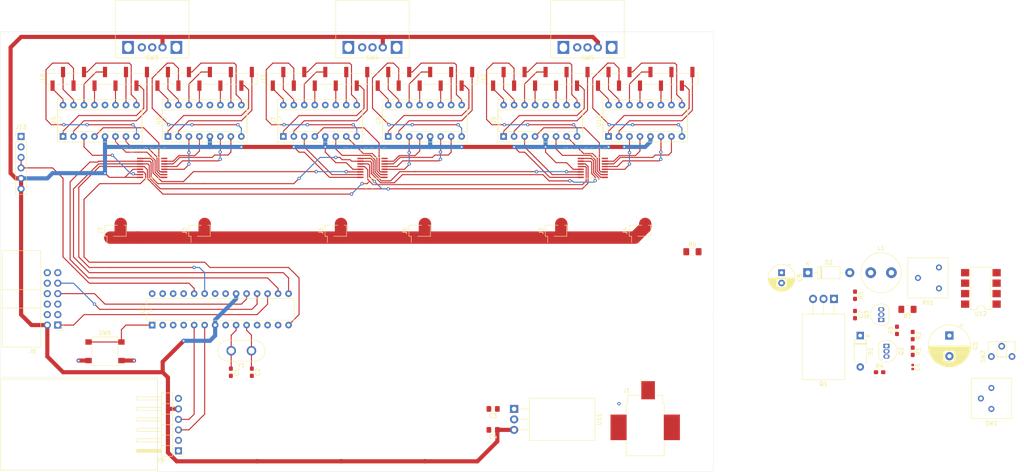
<source format=kicad_pcb>
(kicad_pcb (version 20171130) (host pcbnew "(5.1.4)-1")
  (layers (0 F.Cu signal) (31 B.Cu signal) (34 B.Paste user) (35 F.Paste user) (36 B.SilkS user) (37 F.SilkS user) (38 B.Mask user) (39 F.Mask user) (44 Edge.Cuts user))
  (net 0 "")
  (net 1 GND)
  (net 2 "Net-(C1-Pad1)")
  (net 3 "Net-(C2-Pad1)")
  (net 4 "Net-(J1-Pad1)")
  (net 5 /MISO)
  (net 6 /SCK)
  (net 7 /Reset)
  (net 8 "Net-(J8-Pad3)")
  (net 9 +5V)
  (net 10 /MOSI)
  (net 11 "Net-(J9-Pad4)")
  (net 12 "Net-(J9-Pad3)")
  (net 13 "Net-(J9-Pad2)")
  (net 14 "Net-(J9-Pad1)")
  (net 15 "Net-(J10-Pad20)")
  (net 16 "Net-(J10-Pad18)")
  (net 17 "Net-(J10-Pad16)")
  (net 18 "Net-(J10-Pad14)")
  (net 19 "Net-(J10-Pad12)")
  (net 20 "Net-(J10-Pad10)")
  (net 21 "Net-(J10-Pad8)")
  (net 22 "Net-(J10-Pad6)")
  (net 23 "Net-(J10-Pad4)")
  (net 24 "Net-(J10-Pad2)")
  (net 25 "Net-(J10-Pad19)")
  (net 26 "Net-(J10-Pad17)")
  (net 27 "Net-(J10-Pad15)")
  (net 28 "Net-(J10-Pad13)")
  (net 29 "Net-(J10-Pad11)")
  (net 30 "Net-(J10-Pad9)")
  (net 31 "Net-(J10-Pad7)")
  (net 32 "Net-(J10-Pad5)")
  (net 33 "Net-(J10-Pad3)")
  (net 34 "Net-(J10-Pad1)")
  (net 35 "Net-(J11-Pad20)")
  (net 36 "Net-(J11-Pad18)")
  (net 37 "Net-(J11-Pad16)")
  (net 38 "Net-(J11-Pad14)")
  (net 39 "Net-(J11-Pad12)")
  (net 40 "Net-(J11-Pad10)")
  (net 41 "Net-(J11-Pad8)")
  (net 42 "Net-(J11-Pad6)")
  (net 43 "Net-(J11-Pad4)")
  (net 44 "Net-(J11-Pad2)")
  (net 45 "Net-(J11-Pad19)")
  (net 46 "Net-(J11-Pad17)")
  (net 47 "Net-(J11-Pad15)")
  (net 48 "Net-(J11-Pad13)")
  (net 49 "Net-(J11-Pad11)")
  (net 50 "Net-(J11-Pad9)")
  (net 51 "Net-(J11-Pad7)")
  (net 52 "Net-(J11-Pad5)")
  (net 53 "Net-(J11-Pad3)")
  (net 54 "Net-(J11-Pad1)")
  (net 55 "Net-(J12-Pad20)")
  (net 56 "Net-(J12-Pad18)")
  (net 57 "Net-(J12-Pad16)")
  (net 58 "Net-(J12-Pad14)")
  (net 59 "Net-(J12-Pad12)")
  (net 60 "Net-(J12-Pad10)")
  (net 61 "Net-(J12-Pad8)")
  (net 62 "Net-(J12-Pad6)")
  (net 63 "Net-(J12-Pad4)")
  (net 64 "Net-(J12-Pad2)")
  (net 65 "Net-(J12-Pad19)")
  (net 66 "Net-(J12-Pad17)")
  (net 67 "Net-(J12-Pad15)")
  (net 68 "Net-(J12-Pad13)")
  (net 69 "Net-(J12-Pad11)")
  (net 70 "Net-(J12-Pad9)")
  (net 71 "Net-(J12-Pad7)")
  (net 72 "Net-(J12-Pad5)")
  (net 73 "Net-(J12-Pad3)")
  (net 74 "Net-(J12-Pad1)")
  (net 75 "Net-(SW3-Pad4)")
  (net 76 "Net-(SW3-Pad5)")
  (net 77 "Net-(SW3-Pad3)")
  (net 78 "Net-(SW4-Pad4)")
  (net 79 "Net-(SW4-Pad5)")
  (net 80 "Net-(SW4-Pad3)")
  (net 81 "Net-(SW5-Pad4)")
  (net 82 "Net-(SW5-Pad5)")
  (net 83 "Net-(SW5-Pad3)")
  (net 84 "Net-(U1-Pad28)")
  (net 85 "Net-(U1-Pad27)")
  (net 86 "Net-(U1-Pad26)")
  (net 87 "Net-(U1-Pad25)")
  (net 88 "Net-(U1-Pad21)")
  (net 89 "Net-(U1-Pad4)")
  (net 90 "Net-(U1-Pad3)")
  (net 91 "Net-(U1-Pad2)")
  (net 92 "Net-(U2-Pad15)")
  (net 93 "Net-(U2-Pad7)")
  (net 94 "Net-(U2-Pad6)")
  (net 95 "Net-(U2-Pad5)")
  (net 96 "Net-(U2-Pad4)")
  (net 97 "Net-(U2-Pad3)")
  (net 98 "Net-(U2-Pad2)")
  (net 99 "Net-(U2-Pad1)")
  (net 100 "Net-(U3-Pad15)")
  (net 101 "Net-(U3-Pad7)")
  (net 102 "Net-(U3-Pad6)")
  (net 103 "Net-(U3-Pad5)")
  (net 104 "Net-(U3-Pad4)")
  (net 105 "Net-(U3-Pad3)")
  (net 106 "Net-(U3-Pad2)")
  (net 107 "Net-(U3-Pad1)")
  (net 108 "Net-(U4-Pad15)")
  (net 109 "Net-(U4-Pad9)")
  (net 110 "Net-(U10-Pad4)")
  (net 111 "Net-(U10-Pad7)")
  (net 112 "Net-(U10-Pad6)")
  (net 113 "Net-(U10-Pad3)")
  (net 114 "Net-(U4-Pad3)")
  (net 115 "Net-(U4-Pad2)")
  (net 116 "Net-(U4-Pad1)")
  (net 117 "Net-(J13-Pad3)")
  (net 118 "Net-(C3-Pad1)")
  (net 119 /SER)
  (net 120 /RCLK)
  (net 121 /~SRCLR)
  (net 122 /SRCLK)
  (net 123 /Ser_out_1)
  (net 124 /Ser_out_2)
  (net 125 "Net-(C5-Pad1)")
  (net 126 "Net-(C6-Pad1)")
  (net 127 "Net-(C7-Pad1)")
  (net 128 /180V)
  (net 129 "Net-(D1-Pad2)")
  (net 130 "Net-(D1-Pad1)")
  (net 131 "Net-(D2-Pad2)")
  (net 132 "Net-(Q3-Pad1)")
  (net 133 "Net-(Q3-Pad2)")
  (net 134 "Net-(R1-Pad1)")
  (net 135 "Net-(R6-Pad2)")
  (net 136 "Net-(R7-Pad1)")
  (module Potentiometer_THT:Potentiometer_Piher_PT-6-H_Horizontal (layer F.Cu) (at 344.17 92.71 90)
    (fp_text reference SW2 (at 0 -2.06 90) (layer F.SilkS))
    (fp_text value SW_SPST)
    (pad 3 thru_hole circle (at 0 5 90) (size 1.62 1.62) (drill 0.9) (layers *.Cu *.Mask))
    (pad 2 thru_hole circle (at 2.5 2.5 90) (size 1.62 1.62) (drill 0.9) (layers *.Cu *.Mask) (net 125 "Net-(C5-Pad1)"))
    (pad 1 thru_hole circle (at 0 0 90) (size 1.62 1.62) (drill 0.9) (layers *.Cu *.Mask) (net 118 "Net-(C3-Pad1)"))
  )
  (module Potentiometer_THT:Potentiometer_Bourns_3386P_Vertical (layer F.Cu) (at 344.17 100.33 180)
    (fp_text reference SW1 (at -0.015 -8.555) (layer F.SilkS))
    (fp_text value SW_SPST)
    (pad 3 thru_hole circle (at 0 -5.08 180) (size 1.44 1.44) (drill 0.8) (layers *.Cu *.Mask))
    (pad 2 thru_hole circle (at 2.54 -2.54 180) (size 1.44 1.44) (drill 0.8) (layers *.Cu *.Mask) (net 118 "Net-(C3-Pad1)"))
    (pad 1 thru_hole circle (at 0 0 180) (size 1.44 1.44) (drill 0.8) (layers *.Cu *.Mask) (net 4 "Net-(J1-Pad1)"))
  )
  (module Potentiometer_THT:Potentiometer_Bourns_3386F_Vertical (layer F.Cu) (at 331.47 71.12 180)
    (fp_text reference RV1 (at 2.655 -8.555) (layer F.SilkS))
    (fp_text value 1k)
    (pad 3 thru_hole circle (at 0 -5.08 180) (size 1.44 1.44) (drill 0.8) (layers *.Cu *.Mask) (net 136 "Net-(R7-Pad1)"))
    (pad 2 thru_hole circle (at 5.08 -2.54 180) (size 1.44 1.44) (drill 0.8) (layers *.Cu *.Mask) (net 133 "Net-(Q3-Pad2)"))
    (pad 1 thru_hole circle (at 0 0 180) (size 1.44 1.44) (drill 0.8) (layers *.Cu *.Mask) (net 135 "Net-(R6-Pad2)"))
  )
  (module Package_TO_SOT_THT:TO-220-3_Horizontal_TabDown (layer F.Cu) (at 306.07 78.74 180)
    (fp_text reference Q1 (at 2.54 -20.58) (layer F.SilkS))
    (fp_text value IRF740)
    (pad "" np_thru_hole oval (at 2.54 -16.66 180) (size 3.5 3.5) (drill 3.5) (layers *.Cu *.Mask))
    (pad 1 thru_hole rect (at 0 0 180) (size 1.905 2) (drill 1.1) (layers *.Cu *.Mask) (net 130 "Net-(D1-Pad1)"))
    (pad 2 thru_hole oval (at 2.54 0 180) (size 1.905 2) (drill 1.1) (layers *.Cu *.Mask) (net 131 "Net-(D2-Pad2)"))
    (pad 3 thru_hole oval (at 5.08 0 180) (size 1.905 2) (drill 1.1) (layers *.Cu *.Mask) (net 1 GND))
  )
  (module Package_DIP:SMDIP-8_W7.62mm (layer F.Cu) (at 341.63 76.2 180)
    (fp_text reference U12 (at 0 -6.14) (layer F.SilkS))
    (fp_text value NE555)
    (pad 1 smd rect (at -3.81 -3.81 180) (size 2 1.78) (layers F.Cu F.Paste F.Mask) (net 1 GND))
    (pad 5 smd rect (at 3.81 3.81 180) (size 2 1.78) (layers F.Cu F.Paste F.Mask) (net 132 "Net-(Q3-Pad1)"))
    (pad 2 smd rect (at -3.81 -1.27 180) (size 2 1.78) (layers F.Cu F.Paste F.Mask) (net 126 "Net-(C6-Pad1)"))
    (pad 6 smd rect (at 3.81 1.27 180) (size 2 1.78) (layers F.Cu F.Paste F.Mask) (net 126 "Net-(C6-Pad1)"))
    (pad 3 smd rect (at -3.81 1.27 180) (size 2 1.78) (layers F.Cu F.Paste F.Mask) (net 129 "Net-(D1-Pad2)"))
    (pad 7 smd rect (at 3.81 -1.27 180) (size 2 1.78) (layers F.Cu F.Paste F.Mask) (net 134 "Net-(R1-Pad1)"))
    (pad 4 smd rect (at -3.81 3.81 180) (size 2 1.78) (layers F.Cu F.Paste F.Mask) (net 125 "Net-(C5-Pad1)"))
    (pad 8 smd rect (at 3.81 -3.81 180) (size 2 1.78) (layers F.Cu F.Paste F.Mask) (net 125 "Net-(C5-Pad1)"))
  )
  (module Resistor_SMD:R_1206_3216Metric_Pad1.42x1.75mm_HandSolder (layer F.Cu) (at 323.85 81.28 180)
    (fp_text reference R7 (at 0 -1.82) (layer F.SilkS))
    (fp_text value 470)
    (pad 1 smd roundrect (at -1.4875 0 180) (size 1.425 1.75) (layers F.Cu F.Paste F.Mask) (roundrect_rratio 0.175439) (net 136 "Net-(R7-Pad1)"))
    (pad 2 smd roundrect (at 1.4875 0 180) (size 1.425 1.75) (layers F.Cu F.Paste F.Mask) (roundrect_rratio 0.175439) (net 1 GND))
  )
  (module Resistor_SMD:R_1206_3216Metric_Pad1.42x1.75mm_HandSolder (layer F.Cu) (at 271.78 67.31)
    (fp_text reference R6 (at 0 -1.82) (layer F.SilkS))
    (fp_text value 220k)
    (pad 2 smd roundrect (at 1.4875 0) (size 1.425 1.75) (layers F.Cu F.Paste F.Mask) (roundrect_rratio 0.175439) (net 135 "Net-(R6-Pad2)"))
    (pad 1 smd roundrect (at -1.4875 0) (size 1.425 1.75) (layers F.Cu F.Paste F.Mask) (roundrect_rratio 0.175439) (net 128 /180V))
  )
  (module Resistor_SMD:R_0603_1608Metric_Pad1.05x0.95mm_HandSolder (layer F.Cu) (at 311.15 77.865 270)
    (fp_text reference R5 (at 0 -1.43 90) (layer F.SilkS))
    (fp_text value 1k)
    (pad 1 smd roundrect (at -0.875 0 270) (size 1.05 0.95) (layers F.Cu F.Paste F.Mask) (net 131 "Net-(D2-Pad2)"))
    (pad 2 smd roundrect (at 0.875 0 270) (size 1.05 0.95) (layers F.Cu F.Paste F.Mask) (net 127 "Net-(C7-Pad1)"))
  )
  (module Resistor_SMD:R_0603_1608Metric_Pad1.05x0.95mm_HandSolder (layer F.Cu) (at 317.105 96.52)
    (fp_text reference R4 (at 0 -1.43) (layer F.SilkS))
    (fp_text value 1k)
    (pad 1 smd roundrect (at -0.875 0) (size 1.05 0.95) (layers F.Cu F.Paste F.Mask) (net 129 "Net-(D1-Pad2)"))
    (pad 2 smd roundrect (at 0.875 0) (size 1.05 0.95) (layers F.Cu F.Paste F.Mask) (net 1 GND))
  )
  (module Resistor_SMD:R_0603_1608Metric_Pad1.05x0.95mm_HandSolder (layer F.Cu) (at 321.31 86.36 90)
    (fp_text reference R3 (at 0 -1.43 90) (layer F.SilkS))
    (fp_text value 33k)
    (pad 1 smd roundrect (at -0.875 0 90) (size 1.05 0.95) (layers F.Cu F.Paste F.Mask) (net 125 "Net-(C5-Pad1)"))
    (pad 2 smd roundrect (at 0.875 0 90) (size 1.05 0.95) (layers F.Cu F.Paste F.Mask) (net 132 "Net-(Q3-Pad1)"))
  )
  (module Resistor_SMD:R_0603_1608Metric_Pad1.05x0.95mm_HandSolder (layer F.Cu) (at 325.12 87.63 270)
    (fp_text reference R2 (at 0 -1.43 90) (layer F.SilkS))
    (fp_text value 1k)
    (pad 1 smd roundrect (at -0.875 0 270) (size 1.05 0.95) (layers F.Cu F.Paste F.Mask) (net 125 "Net-(C5-Pad1)"))
    (pad 2 smd roundrect (at 0.875 0 270) (size 1.05 0.95) (layers F.Cu F.Paste F.Mask) (net 134 "Net-(R1-Pad1)"))
  )
  (module Resistor_SMD:R_0603_1608Metric_Pad1.05x0.95mm_HandSolder (layer F.Cu) (at 325.12 91.44 270)
    (fp_text reference R1 (at 0 -1.43 90) (layer F.SilkS))
    (fp_text value 10k)
    (pad 1 smd roundrect (at -0.875 0 270) (size 1.05 0.95) (layers F.Cu F.Paste F.Mask) (net 134 "Net-(R1-Pad1)"))
    (pad 2 smd roundrect (at 0.875 0 270) (size 1.05 0.95) (layers F.Cu F.Paste F.Mask) (net 126 "Net-(C6-Pad1)"))
  )
  (module Package_TO_SOT_THT:TO-92_Inline (layer F.Cu) (at 317.5 83.82 90)
    (fp_text reference Q3 (at 1.27 -3.56 90) (layer F.SilkS))
    (fp_text value BC547)
    (pad 2 thru_hole oval (at 1.27 0 90) (size 1.05 1.5) (drill 0.75) (layers *.Cu *.Mask) (net 133 "Net-(Q3-Pad2)"))
    (pad 3 thru_hole oval (at 2.54 0 90) (size 1.05 1.5) (drill 0.75) (layers *.Cu *.Mask) (net 1 GND))
    (pad 1 thru_hole rect (at 0 0 90) (size 1.05 1.5) (drill 0.75) (layers *.Cu *.Mask) (net 132 "Net-(Q3-Pad1)"))
  )
  (module Package_TO_SOT_THT:TO-92_Inline (layer F.Cu) (at 318.77 90.17 270)
    (fp_text reference Q2 (at 1.27 -3.56 90) (layer F.SilkS))
    (fp_text value MPSA92)
    (pad 2 thru_hole oval (at 1.27 0 270) (size 1.05 1.5) (drill 0.75) (layers *.Cu *.Mask) (net 129 "Net-(D1-Pad2)"))
    (pad 3 thru_hole oval (at 2.54 0 270) (size 1.05 1.5) (drill 0.75) (layers *.Cu *.Mask) (net 1 GND))
    (pad 1 thru_hole rect (at 0 0 270) (size 1.05 1.5) (drill 0.75) (layers *.Cu *.Mask) (net 130 "Net-(D1-Pad1)"))
  )
  (module Inductor_THT:L_Radial_D9.5mm_P5.00mm_Fastron_07HVP (layer F.Cu) (at 314.96 72.39)
    (fp_text reference L1 (at 2.5 -6) (layer F.SilkS))
    (fp_text value "100uH 1A")
    (pad 1 thru_hole circle (at 0 0) (size 2.6 2.6) (drill 1.3) (layers *.Cu *.Mask) (net 131 "Net-(D2-Pad2)"))
    (pad 2 thru_hole circle (at 5 0) (size 2.6 2.6) (drill 1.3) (layers *.Cu *.Mask) (net 125 "Net-(C5-Pad1)"))
  )
  (module Diode_THT:D_DO-41_SOD81_P10.16mm_Horizontal (layer F.Cu) (at 299.72 72.39)
    (fp_text reference D2 (at 5.08 -2.47) (layer F.SilkS))
    (fp_text value uf4007)
    (fp_text user K (at 0 -2.1) (layer F.SilkS))
    (pad 1 thru_hole rect (at 0 0) (size 2.2 2.2) (drill 1.1) (layers *.Cu *.Mask) (net 128 /180V))
    (pad 2 thru_hole oval (at 10.16 0) (size 2.2 2.2) (drill 1.1) (layers *.Cu *.Mask) (net 131 "Net-(D2-Pad2)"))
  )
  (module Diode_THT:D_A-405_P7.62mm_Horizontal (layer F.Cu) (at 312.42 87.63 270)
    (fp_text reference D1 (at 3.81 -2.47 90) (layer F.SilkS))
    (fp_text value 1n914)
    (fp_text user K (at 0 -1.9 90) (layer F.SilkS))
    (pad 1 thru_hole rect (at 0 0 270) (size 1.8 1.8) (drill 0.9) (layers *.Cu *.Mask) (net 130 "Net-(D1-Pad1)"))
    (pad 2 thru_hole oval (at 7.62 0 270) (size 1.8 1.8) (drill 0.9) (layers *.Cu *.Mask) (net 129 "Net-(D1-Pad2)"))
  )
  (module Capacitor_THT:CP_Radial_D6.3mm_P2.50mm (layer F.Cu) (at 293.37 72.39 270)
    (fp_text reference C8 (at 1.25 -4.4 90) (layer F.SilkS))
    (fp_text value "1uF 350V")
    (pad 1 thru_hole rect (at 0 0 270) (size 1.6 1.6) (drill 0.8) (layers *.Cu *.Mask) (net 128 /180V))
    (pad 2 thru_hole circle (at 2.5 0 270) (size 1.6 1.6) (drill 0.8) (layers *.Cu *.Mask) (net 1 GND))
  )
  (module Capacitor_SMD:C_0603_1608Metric_Pad1.05x0.95mm_HandSolder (layer F.Cu) (at 311.15 82.55 270)
    (fp_text reference C7 (at 0 -1.43 90) (layer F.SilkS))
    (fp_text value 47pF)
    (pad 1 smd roundrect (at -0.875 0 270) (size 1.05 0.95) (layers F.Cu F.Paste F.Mask) (net 127 "Net-(C7-Pad1)"))
    (pad 2 smd roundrect (at 0.875 0 270) (size 1.05 0.95) (layers F.Cu F.Paste F.Mask) (net 1 GND))
  )
  (module Capacitor_SMD:C_0402_1005Metric (layer F.Cu) (at 325.12 95.25 270)
    (fp_text reference C6 (at 0 -1.17 90) (layer F.SilkS))
    (fp_text value 2n2)
    (pad 1 smd roundrect (at -0.485 0 270) (size 0.59 0.64) (layers F.Cu F.Paste F.Mask) (net 126 "Net-(C6-Pad1)"))
    (pad 2 smd roundrect (at 0.485 0 270) (size 0.59 0.64) (layers F.Cu F.Paste F.Mask) (net 1 GND))
  )
  (module Capacitor_THT:CP_Radial_D10.0mm_P5.00mm (layer F.Cu) (at 334.01 87.63 270)
    (fp_text reference C5 (at 2.5 -6.25 90) (layer F.SilkS))
    (fp_text value 470uF)
    (pad 1 thru_hole rect (at 0 0 270) (size 2 2) (drill 1) (layers *.Cu *.Mask) (net 125 "Net-(C5-Pad1)"))
    (pad 2 thru_hole circle (at 5 0 270) (size 2 2) (drill 1) (layers *.Cu *.Mask) (net 1 GND))
  )
  (module Package_DIP:DIP-16_W7.62mm_Socket (layer F.Cu) (at 172.72 39.37 90)
    (fp_text reference U7 (at 3.81 -2.33 90) (layer F.SilkS))
    (fp_text value 74141)
    (pad 1 thru_hole rect (at 0 0 90) (size 1.6 1.6) (drill 0.8) (layers *.Cu *.Mask) (net 50 "Net-(J11-Pad9)"))
    (pad 9 thru_hole oval (at 7.62 17.78 90) (size 1.6 1.6) (drill 0.8) (layers *.Cu *.Mask) (net 43 "Net-(J11-Pad4)"))
    (pad 2 thru_hole oval (at 0 2.54 90) (size 1.6 1.6) (drill 0.8) (layers *.Cu *.Mask) (net 40 "Net-(J11-Pad10)"))
    (pad 10 thru_hole oval (at 7.62 15.24 90) (size 1.6 1.6) (drill 0.8) (layers *.Cu *.Mask) (net 41 "Net-(J11-Pad8)"))
    (pad 3 thru_hole oval (at 0 5.08 90) (size 1.6 1.6) (drill 0.8) (layers *.Cu *.Mask) (net 100 "Net-(U3-Pad15)"))
    (pad 11 thru_hole oval (at 7.62 12.7 90) (size 1.6 1.6) (drill 0.8) (layers *.Cu *.Mask) (net 51 "Net-(J11-Pad7)"))
    (pad 4 thru_hole oval (at 0 7.62 90) (size 1.6 1.6) (drill 0.8) (layers *.Cu *.Mask) (net 105 "Net-(U3-Pad3)"))
    (pad 12 thru_hole oval (at 7.62 10.16 90) (size 1.6 1.6) (drill 0.8) (layers *.Cu *.Mask) (net 1 GND))
    (pad 5 thru_hole oval (at 0 10.16 90) (size 1.6 1.6) (drill 0.8) (layers *.Cu *.Mask) (net 9 +5V))
    (pad 13 thru_hole oval (at 7.62 7.62 90) (size 1.6 1.6) (drill 0.8) (layers *.Cu *.Mask) (net 52 "Net-(J11-Pad5)"))
    (pad 6 thru_hole oval (at 0 12.7 90) (size 1.6 1.6) (drill 0.8) (layers *.Cu *.Mask) (net 107 "Net-(U3-Pad1)"))
    (pad 14 thru_hole oval (at 7.62 5.08 90) (size 1.6 1.6) (drill 0.8) (layers *.Cu *.Mask) (net 42 "Net-(J11-Pad6)"))
    (pad 7 thru_hole oval (at 0 15.24 90) (size 1.6 1.6) (drill 0.8) (layers *.Cu *.Mask) (net 106 "Net-(U3-Pad2)"))
    (pad 15 thru_hole oval (at 7.62 2.54 90) (size 1.6 1.6) (drill 0.8) (layers *.Cu *.Mask) (net 44 "Net-(J11-Pad2)"))
    (pad 8 thru_hole oval (at 0 17.78 90) (size 1.6 1.6) (drill 0.8) (layers *.Cu *.Mask) (net 53 "Net-(J11-Pad3)"))
    (pad 16 thru_hole oval (at 7.62 0 90) (size 1.6 1.6) (drill 0.8) (layers *.Cu *.Mask) (net 54 "Net-(J11-Pad1)"))
  )
  (module Package_DIP:DIP-16_W7.62mm_Socket (layer F.Cu) (at 198.12 39.37 90)
    (fp_text reference U8 (at 3.81 -2.33 90) (layer F.SilkS))
    (fp_text value 74141)
    (pad 1 thru_hole rect (at 0 0 90) (size 1.6 1.6) (drill 0.8) (layers *.Cu *.Mask) (net 45 "Net-(J11-Pad19)"))
    (pad 9 thru_hole oval (at 7.62 17.78 90) (size 1.6 1.6) (drill 0.8) (layers *.Cu *.Mask) (net 38 "Net-(J11-Pad14)"))
    (pad 2 thru_hole oval (at 0 2.54 90) (size 1.6 1.6) (drill 0.8) (layers *.Cu *.Mask) (net 35 "Net-(J11-Pad20)"))
    (pad 10 thru_hole oval (at 7.62 15.24 90) (size 1.6 1.6) (drill 0.8) (layers *.Cu *.Mask) (net 36 "Net-(J11-Pad18)"))
    (pad 3 thru_hole oval (at 0 5.08 90) (size 1.6 1.6) (drill 0.8) (layers *.Cu *.Mask) (net 104 "Net-(U3-Pad4)"))
    (pad 11 thru_hole oval (at 7.62 12.7 90) (size 1.6 1.6) (drill 0.8) (layers *.Cu *.Mask) (net 46 "Net-(J11-Pad17)"))
    (pad 4 thru_hole oval (at 0 7.62 90) (size 1.6 1.6) (drill 0.8) (layers *.Cu *.Mask) (net 101 "Net-(U3-Pad7)"))
    (pad 12 thru_hole oval (at 7.62 10.16 90) (size 1.6 1.6) (drill 0.8) (layers *.Cu *.Mask) (net 1 GND))
    (pad 5 thru_hole oval (at 0 10.16 90) (size 1.6 1.6) (drill 0.8) (layers *.Cu *.Mask) (net 9 +5V))
    (pad 13 thru_hole oval (at 7.62 7.62 90) (size 1.6 1.6) (drill 0.8) (layers *.Cu *.Mask) (net 47 "Net-(J11-Pad15)"))
    (pad 6 thru_hole oval (at 0 12.7 90) (size 1.6 1.6) (drill 0.8) (layers *.Cu *.Mask) (net 103 "Net-(U3-Pad5)"))
    (pad 14 thru_hole oval (at 7.62 5.08 90) (size 1.6 1.6) (drill 0.8) (layers *.Cu *.Mask) (net 37 "Net-(J11-Pad16)"))
    (pad 7 thru_hole oval (at 0 15.24 90) (size 1.6 1.6) (drill 0.8) (layers *.Cu *.Mask) (net 102 "Net-(U3-Pad6)"))
    (pad 15 thru_hole oval (at 7.62 2.54 90) (size 1.6 1.6) (drill 0.8) (layers *.Cu *.Mask) (net 39 "Net-(J11-Pad12)"))
    (pad 8 thru_hole oval (at 0 17.78 90) (size 1.6 1.6) (drill 0.8) (layers *.Cu *.Mask) (net 48 "Net-(J11-Pad13)"))
    (pad 16 thru_hole oval (at 7.62 0 90) (size 1.6 1.6) (drill 0.8) (layers *.Cu *.Mask) (net 49 "Net-(J11-Pad11)"))
  )
  (module Package_TO_SOT_THT:TO-220-3_Horizontal_TabDown (layer F.Cu) (at 228.6 105.41 270)
    (fp_text reference U11 (at 2.54 -20.58 90) (layer F.SilkS))
    (fp_text value L7805)
    (pad 3 thru_hole oval (at 5.08 0 270) (size 1.905 2) (drill 1.1) (layers *.Cu *.Mask) (net 9 +5V))
    (pad 2 thru_hole oval (at 2.54 0 270) (size 1.905 2) (drill 1.1) (layers *.Cu *.Mask) (net 1 GND))
    (pad 1 thru_hole rect (at 0 0 270) (size 1.905 2) (drill 1.1) (layers *.Cu *.Mask) (net 118 "Net-(C3-Pad1)"))
    (pad "" np_thru_hole oval (at 2.54 -16.66 270) (size 3.5 3.5) (drill 3.5) (layers *.Cu *.Mask))
  )
  (module Capacitor_SMD:C_0805_2012Metric_Pad1.15x1.40mm_HandSolder (layer F.Cu) (at 223.52 110.49 180)
    (fp_text reference C4 (at 0 -1.65) (layer F.SilkS))
    (fp_text value 0.1uF)
    (pad 2 smd roundrect (at 1.025 0 180) (size 1.15 1.4) (layers F.Cu F.Paste F.Mask) (roundrect_rratio 0.217391) (net 1 GND))
    (pad 1 smd roundrect (at -1.025 0 180) (size 1.15 1.4) (layers F.Cu F.Paste F.Mask) (roundrect_rratio 0.217391) (net 9 +5V))
  )
  (module Capacitor_SMD:C_0805_2012Metric_Pad1.15x1.40mm_HandSolder (layer F.Cu) (at 223.52 105.41 180)
    (fp_text reference C3 (at 0 -1.65) (layer F.SilkS))
    (fp_text value 0.33uF)
    (pad 2 smd roundrect (at 1.025 0 180) (size 1.15 1.4) (layers F.Cu F.Paste F.Mask) (roundrect_rratio 0.217391) (net 1 GND))
    (pad 1 smd roundrect (at -1.025 0 180) (size 1.15 1.4) (layers F.Cu F.Paste F.Mask) (roundrect_rratio 0.217391) (net 118 "Net-(C3-Pad1)"))
  )
  (module 74HC595PW:SOP65P640X110-16N (layer F.Cu) (at 140.97 46.99 180)
    (fp_text reference U2 (at 0.714166 -4.23405) (layer F.SilkS) (effects (font (size 1.64686 1.64686) (thickness 0.05))))
    (fp_text value 74HC595 (at 1.75615 4.0468) (layer F.SilkS) (effects (font (size 1.64333 1.64333) (thickness 0.05))))
    (pad 1 smd rect (at -2.921 -2.286 180) (size 1.4732 0.3556) (layers F.Cu F.Paste F.Mask) (net 99 "Net-(U2-Pad1)"))
    (pad 2 smd rect (at -2.921 -1.6256 180) (size 1.4732 0.3556) (layers F.Cu F.Paste F.Mask) (net 98 "Net-(U2-Pad2)"))
    (pad 3 smd rect (at -2.921 -0.9652 180) (size 1.4732 0.3556) (layers F.Cu F.Paste F.Mask) (net 97 "Net-(U2-Pad3)"))
    (pad 4 smd rect (at -2.921 -0.3302 180) (size 1.4732 0.3556) (layers F.Cu F.Paste F.Mask) (net 96 "Net-(U2-Pad4)"))
    (pad 5 smd rect (at -2.921 0.3302 180) (size 1.4732 0.3556) (layers F.Cu F.Paste F.Mask) (net 95 "Net-(U2-Pad5)"))
    (pad 6 smd rect (at -2.921 0.9652 180) (size 1.4732 0.3556) (layers F.Cu F.Paste F.Mask) (net 94 "Net-(U2-Pad6)"))
    (pad 7 smd rect (at -2.921 1.6256 180) (size 1.4732 0.3556) (layers F.Cu F.Paste F.Mask) (net 93 "Net-(U2-Pad7)"))
    (pad 8 smd rect (at -2.921 2.286 180) (size 1.4732 0.3556) (layers F.Cu F.Paste F.Mask) (net 1 GND))
    (pad 9 smd rect (at 2.921 2.286 180) (size 1.4732 0.3556) (layers F.Cu F.Paste F.Mask) (net 123 /Ser_out_1))
    (pad 10 smd rect (at 2.921 1.6256 180) (size 1.4732 0.3556) (layers F.Cu F.Paste F.Mask) (net 121 /~SRCLR))
    (pad 11 smd rect (at 2.921 0.9652 180) (size 1.4732 0.3556) (layers F.Cu F.Paste F.Mask) (net 122 /SRCLK))
    (pad 12 smd rect (at 2.921 0.3302 180) (size 1.4732 0.3556) (layers F.Cu F.Paste F.Mask) (net 120 /RCLK))
    (pad 13 smd rect (at 2.921 -0.3302 180) (size 1.4732 0.3556) (layers F.Cu F.Paste F.Mask) (net 9 +5V))
    (pad 14 smd rect (at 2.921 -0.9652 180) (size 1.4732 0.3556) (layers F.Cu F.Paste F.Mask) (net 119 /SER))
    (pad 15 smd rect (at 2.921 -1.6256 180) (size 1.4732 0.3556) (layers F.Cu F.Paste F.Mask) (net 92 "Net-(U2-Pad15)"))
    (pad 16 smd rect (at 2.921 -2.286 180) (size 1.4732 0.3556) (layers F.Cu F.Paste F.Mask) (net 9 +5V))
  )
  (module Connector_PinHeader_2.54mm:PinHeader_1x06_P2.54mm_Vertical (layer F.Cu) (at 109.22 39.37)
    (fp_text reference J13 (at 0 -2.33) (layer F.SilkS))
    (fp_text value "LED Data")
    (pad 6 thru_hole oval (at 0 12.7) (size 1.7 1.7) (drill 1) (layers *.Cu *.Mask) (net 9 +5V))
    (pad 5 thru_hole oval (at 0 10.16) (size 1.7 1.7) (drill 1) (layers *.Cu *.Mask) (net 9 +5V))
    (pad 4 thru_hole oval (at 0 7.62) (size 1.7 1.7) (drill 1) (layers *.Cu *.Mask) (net 117 "Net-(J13-Pad3)"))
    (pad 3 thru_hole oval (at 0 5.08) (size 1.7 1.7) (drill 1) (layers *.Cu *.Mask) (net 117 "Net-(J13-Pad3)"))
    (pad 2 thru_hole oval (at 0 2.54) (size 1.7 1.7) (drill 1) (layers *.Cu *.Mask) (net 1 GND))
    (pad 1 thru_hole rect (at 0 0) (size 1.7 1.7) (drill 1) (layers *.Cu *.Mask) (net 1 GND))
  )
  (module Crystal:Crystal_HC50_Vertical (layer F.Cu) (at 165.004097 91.307763 180)
    (fp_text reference Y1 (at 2.45 -3.525) (layer F.SilkS))
    (fp_text value 20MHz)
    (pad 2 thru_hole circle (at 4.9 0 180) (size 2.3 2.3) (drill 1.5) (layers *.Cu *.Mask) (net 2 "Net-(C1-Pad1)"))
    (pad 1 thru_hole circle (at 0 0 180) (size 2.3 2.3) (drill 1.5) (layers *.Cu *.Mask) (net 3 "Net-(C2-Pad1)"))
  )
  (module Package_DIP:DIP-16_W7.62mm_Socket (layer F.Cu) (at 251.46 39.37 90)
    (fp_text reference U10 (at 3.81 -2.33 90) (layer F.SilkS))
    (fp_text value 74141)
    (pad 1 thru_hole rect (at 0 0 90) (size 1.6 1.6) (drill 0.8) (layers *.Cu *.Mask) (net 65 "Net-(J12-Pad19)"))
    (pad 9 thru_hole oval (at 7.62 17.78 90) (size 1.6 1.6) (drill 0.8) (layers *.Cu *.Mask) (net 58 "Net-(J12-Pad14)"))
    (pad 2 thru_hole oval (at 0 2.54 90) (size 1.6 1.6) (drill 0.8) (layers *.Cu *.Mask) (net 55 "Net-(J12-Pad20)"))
    (pad 10 thru_hole oval (at 7.62 15.24 90) (size 1.6 1.6) (drill 0.8) (layers *.Cu *.Mask) (net 56 "Net-(J12-Pad18)"))
    (pad 3 thru_hole oval (at 0 5.08 90) (size 1.6 1.6) (drill 0.8) (layers *.Cu *.Mask) (net 113 "Net-(U10-Pad3)"))
    (pad 11 thru_hole oval (at 7.62 12.7 90) (size 1.6 1.6) (drill 0.8) (layers *.Cu *.Mask) (net 66 "Net-(J12-Pad17)"))
    (pad 4 thru_hole oval (at 0 7.62 90) (size 1.6 1.6) (drill 0.8) (layers *.Cu *.Mask) (net 110 "Net-(U10-Pad4)"))
    (pad 12 thru_hole oval (at 7.62 10.16 90) (size 1.6 1.6) (drill 0.8) (layers *.Cu *.Mask) (net 1 GND))
    (pad 5 thru_hole oval (at 0 10.16 90) (size 1.6 1.6) (drill 0.8) (layers *.Cu *.Mask) (net 9 +5V))
    (pad 13 thru_hole oval (at 7.62 7.62 90) (size 1.6 1.6) (drill 0.8) (layers *.Cu *.Mask) (net 67 "Net-(J12-Pad15)"))
    (pad 6 thru_hole oval (at 0 12.7 90) (size 1.6 1.6) (drill 0.8) (layers *.Cu *.Mask) (net 112 "Net-(U10-Pad6)"))
    (pad 14 thru_hole oval (at 7.62 5.08 90) (size 1.6 1.6) (drill 0.8) (layers *.Cu *.Mask) (net 57 "Net-(J12-Pad16)"))
    (pad 7 thru_hole oval (at 0 15.24 90) (size 1.6 1.6) (drill 0.8) (layers *.Cu *.Mask) (net 111 "Net-(U10-Pad7)"))
    (pad 15 thru_hole oval (at 7.62 2.54 90) (size 1.6 1.6) (drill 0.8) (layers *.Cu *.Mask) (net 59 "Net-(J12-Pad12)"))
    (pad 8 thru_hole oval (at 0 17.78 90) (size 1.6 1.6) (drill 0.8) (layers *.Cu *.Mask) (net 68 "Net-(J12-Pad13)"))
    (pad 16 thru_hole oval (at 7.62 0 90) (size 1.6 1.6) (drill 0.8) (layers *.Cu *.Mask) (net 69 "Net-(J12-Pad11)"))
  )
  (module Package_DIP:DIP-16_W7.62mm_Socket (layer F.Cu) (at 226.06 39.37 90)
    (fp_text reference U9 (at 3.81 -2.33 90) (layer F.SilkS))
    (fp_text value 74141)
    (pad 1 thru_hole rect (at 0 0 90) (size 1.6 1.6) (drill 0.8) (layers *.Cu *.Mask) (net 70 "Net-(J12-Pad9)"))
    (pad 9 thru_hole oval (at 7.62 17.78 90) (size 1.6 1.6) (drill 0.8) (layers *.Cu *.Mask) (net 63 "Net-(J12-Pad4)"))
    (pad 2 thru_hole oval (at 0 2.54 90) (size 1.6 1.6) (drill 0.8) (layers *.Cu *.Mask) (net 60 "Net-(J12-Pad10)"))
    (pad 10 thru_hole oval (at 7.62 15.24 90) (size 1.6 1.6) (drill 0.8) (layers *.Cu *.Mask) (net 61 "Net-(J12-Pad8)"))
    (pad 3 thru_hole oval (at 0 5.08 90) (size 1.6 1.6) (drill 0.8) (layers *.Cu *.Mask) (net 108 "Net-(U4-Pad15)"))
    (pad 11 thru_hole oval (at 7.62 12.7 90) (size 1.6 1.6) (drill 0.8) (layers *.Cu *.Mask) (net 71 "Net-(J12-Pad7)"))
    (pad 4 thru_hole oval (at 0 7.62 90) (size 1.6 1.6) (drill 0.8) (layers *.Cu *.Mask) (net 114 "Net-(U4-Pad3)"))
    (pad 12 thru_hole oval (at 7.62 10.16 90) (size 1.6 1.6) (drill 0.8) (layers *.Cu *.Mask) (net 1 GND))
    (pad 5 thru_hole oval (at 0 10.16 90) (size 1.6 1.6) (drill 0.8) (layers *.Cu *.Mask) (net 9 +5V))
    (pad 13 thru_hole oval (at 7.62 7.62 90) (size 1.6 1.6) (drill 0.8) (layers *.Cu *.Mask) (net 72 "Net-(J12-Pad5)"))
    (pad 6 thru_hole oval (at 0 12.7 90) (size 1.6 1.6) (drill 0.8) (layers *.Cu *.Mask) (net 116 "Net-(U4-Pad1)"))
    (pad 14 thru_hole oval (at 7.62 5.08 90) (size 1.6 1.6) (drill 0.8) (layers *.Cu *.Mask) (net 62 "Net-(J12-Pad6)"))
    (pad 7 thru_hole oval (at 0 15.24 90) (size 1.6 1.6) (drill 0.8) (layers *.Cu *.Mask) (net 115 "Net-(U4-Pad2)"))
    (pad 15 thru_hole oval (at 7.62 2.54 90) (size 1.6 1.6) (drill 0.8) (layers *.Cu *.Mask) (net 64 "Net-(J12-Pad2)"))
    (pad 8 thru_hole oval (at 0 17.78 90) (size 1.6 1.6) (drill 0.8) (layers *.Cu *.Mask) (net 73 "Net-(J12-Pad3)"))
    (pad 16 thru_hole oval (at 7.62 0 90) (size 1.6 1.6) (drill 0.8) (layers *.Cu *.Mask) (net 74 "Net-(J12-Pad1)"))
  )
  (module Package_DIP:DIP-16_W7.62mm_Socket (layer F.Cu) (at 144.78 39.37 90)
    (fp_text reference U6 (at 3.81 -2.33 90) (layer F.SilkS))
    (fp_text value 74141)
    (pad 16 thru_hole oval (at 7.62 0 90) (size 1.6 1.6) (drill 0.8) (layers *.Cu *.Mask) (net 29 "Net-(J10-Pad11)"))
    (pad 8 thru_hole oval (at 0 17.78 90) (size 1.6 1.6) (drill 0.8) (layers *.Cu *.Mask) (net 28 "Net-(J10-Pad13)"))
    (pad 15 thru_hole oval (at 7.62 2.54 90) (size 1.6 1.6) (drill 0.8) (layers *.Cu *.Mask) (net 19 "Net-(J10-Pad12)"))
    (pad 7 thru_hole oval (at 0 15.24 90) (size 1.6 1.6) (drill 0.8) (layers *.Cu *.Mask) (net 94 "Net-(U2-Pad6)"))
    (pad 14 thru_hole oval (at 7.62 5.08 90) (size 1.6 1.6) (drill 0.8) (layers *.Cu *.Mask) (net 17 "Net-(J10-Pad16)"))
    (pad 6 thru_hole oval (at 0 12.7 90) (size 1.6 1.6) (drill 0.8) (layers *.Cu *.Mask) (net 95 "Net-(U2-Pad5)"))
    (pad 13 thru_hole oval (at 7.62 7.62 90) (size 1.6 1.6) (drill 0.8) (layers *.Cu *.Mask) (net 27 "Net-(J10-Pad15)"))
    (pad 5 thru_hole oval (at 0 10.16 90) (size 1.6 1.6) (drill 0.8) (layers *.Cu *.Mask) (net 9 +5V))
    (pad 12 thru_hole oval (at 7.62 10.16 90) (size 1.6 1.6) (drill 0.8) (layers *.Cu *.Mask) (net 1 GND))
    (pad 4 thru_hole oval (at 0 7.62 90) (size 1.6 1.6) (drill 0.8) (layers *.Cu *.Mask) (net 93 "Net-(U2-Pad7)"))
    (pad 11 thru_hole oval (at 7.62 12.7 90) (size 1.6 1.6) (drill 0.8) (layers *.Cu *.Mask) (net 26 "Net-(J10-Pad17)"))
    (pad 3 thru_hole oval (at 0 5.08 90) (size 1.6 1.6) (drill 0.8) (layers *.Cu *.Mask) (net 96 "Net-(U2-Pad4)"))
    (pad 10 thru_hole oval (at 7.62 15.24 90) (size 1.6 1.6) (drill 0.8) (layers *.Cu *.Mask) (net 16 "Net-(J10-Pad18)"))
    (pad 2 thru_hole oval (at 0 2.54 90) (size 1.6 1.6) (drill 0.8) (layers *.Cu *.Mask) (net 15 "Net-(J10-Pad20)"))
    (pad 9 thru_hole oval (at 7.62 17.78 90) (size 1.6 1.6) (drill 0.8) (layers *.Cu *.Mask) (net 18 "Net-(J10-Pad14)"))
    (pad 1 thru_hole rect (at 0 0 90) (size 1.6 1.6) (drill 0.8) (layers *.Cu *.Mask) (net 25 "Net-(J10-Pad19)"))
  )
  (module Package_DIP:DIP-16_W7.62mm_Socket (layer F.Cu) (at 119.38 39.37 90)
    (fp_text reference U5 (at 3.81 -2.33 90) (layer F.SilkS))
    (fp_text value 74141)
    (pad 16 thru_hole oval (at 7.62 0 90) (size 1.6 1.6) (drill 0.8) (layers *.Cu *.Mask) (net 34 "Net-(J10-Pad1)"))
    (pad 8 thru_hole oval (at 0 17.78 90) (size 1.6 1.6) (drill 0.8) (layers *.Cu *.Mask) (net 33 "Net-(J10-Pad3)"))
    (pad 15 thru_hole oval (at 7.62 2.54 90) (size 1.6 1.6) (drill 0.8) (layers *.Cu *.Mask) (net 24 "Net-(J10-Pad2)"))
    (pad 7 thru_hole oval (at 0 15.24 90) (size 1.6 1.6) (drill 0.8) (layers *.Cu *.Mask) (net 98 "Net-(U2-Pad2)"))
    (pad 14 thru_hole oval (at 7.62 5.08 90) (size 1.6 1.6) (drill 0.8) (layers *.Cu *.Mask) (net 22 "Net-(J10-Pad6)"))
    (pad 6 thru_hole oval (at 0 12.7 90) (size 1.6 1.6) (drill 0.8) (layers *.Cu *.Mask) (net 99 "Net-(U2-Pad1)"))
    (pad 13 thru_hole oval (at 7.62 7.62 90) (size 1.6 1.6) (drill 0.8) (layers *.Cu *.Mask) (net 32 "Net-(J10-Pad5)"))
    (pad 5 thru_hole oval (at 0 10.16 90) (size 1.6 1.6) (drill 0.8) (layers *.Cu *.Mask) (net 9 +5V))
    (pad 12 thru_hole oval (at 7.62 10.16 90) (size 1.6 1.6) (drill 0.8) (layers *.Cu *.Mask) (net 1 GND))
    (pad 4 thru_hole oval (at 0 7.62 90) (size 1.6 1.6) (drill 0.8) (layers *.Cu *.Mask) (net 97 "Net-(U2-Pad3)"))
    (pad 11 thru_hole oval (at 7.62 12.7 90) (size 1.6 1.6) (drill 0.8) (layers *.Cu *.Mask) (net 31 "Net-(J10-Pad7)"))
    (pad 3 thru_hole oval (at 0 5.08 90) (size 1.6 1.6) (drill 0.8) (layers *.Cu *.Mask) (net 92 "Net-(U2-Pad15)"))
    (pad 10 thru_hole oval (at 7.62 15.24 90) (size 1.6 1.6) (drill 0.8) (layers *.Cu *.Mask) (net 21 "Net-(J10-Pad8)"))
    (pad 2 thru_hole oval (at 0 2.54 90) (size 1.6 1.6) (drill 0.8) (layers *.Cu *.Mask) (net 20 "Net-(J10-Pad10)"))
    (pad 9 thru_hole oval (at 7.62 17.78 90) (size 1.6 1.6) (drill 0.8) (layers *.Cu *.Mask) (net 23 "Net-(J10-Pad4)"))
    (pad 1 thru_hole rect (at 0 0 90) (size 1.6 1.6) (drill 0.8) (layers *.Cu *.Mask) (net 30 "Net-(J10-Pad9)"))
  )
  (module 74HC595PW:SOP65P640X110-16N (layer F.Cu) (at 247.65 46.99 180)
    (fp_text reference U4 (at 0.714166 -4.23405) (layer F.SilkS) (effects (font (size 1.64686 1.64686) (thickness 0.05))))
    (fp_text value 74HC595 (at 1.75615 4.0468) (layer F.SilkS) (effects (font (size 1.64333 1.64333) (thickness 0.05))))
    (pad 1 smd rect (at -2.921 -2.286 180) (size 1.4732 0.3556) (layers F.Cu F.Paste F.Mask) (net 116 "Net-(U4-Pad1)"))
    (pad 2 smd rect (at -2.921 -1.6256 180) (size 1.4732 0.3556) (layers F.Cu F.Paste F.Mask) (net 115 "Net-(U4-Pad2)"))
    (pad 3 smd rect (at -2.921 -0.9652 180) (size 1.4732 0.3556) (layers F.Cu F.Paste F.Mask) (net 114 "Net-(U4-Pad3)"))
    (pad 4 smd rect (at -2.921 -0.3302 180) (size 1.4732 0.3556) (layers F.Cu F.Paste F.Mask) (net 113 "Net-(U10-Pad3)"))
    (pad 5 smd rect (at -2.921 0.3302 180) (size 1.4732 0.3556) (layers F.Cu F.Paste F.Mask) (net 112 "Net-(U10-Pad6)"))
    (pad 6 smd rect (at -2.921 0.9652 180) (size 1.4732 0.3556) (layers F.Cu F.Paste F.Mask) (net 111 "Net-(U10-Pad7)"))
    (pad 7 smd rect (at -2.921 1.6256 180) (size 1.4732 0.3556) (layers F.Cu F.Paste F.Mask) (net 110 "Net-(U10-Pad4)"))
    (pad 8 smd rect (at -2.921 2.286 180) (size 1.4732 0.3556) (layers F.Cu F.Paste F.Mask) (net 1 GND))
    (pad 9 smd rect (at 2.921 2.286 180) (size 1.4732 0.3556) (layers F.Cu F.Paste F.Mask) (net 109 "Net-(U4-Pad9)"))
    (pad 10 smd rect (at 2.921 1.6256 180) (size 1.4732 0.3556) (layers F.Cu F.Paste F.Mask) (net 121 /~SRCLR))
    (pad 11 smd rect (at 2.921 0.9652 180) (size 1.4732 0.3556) (layers F.Cu F.Paste F.Mask) (net 122 /SRCLK))
    (pad 12 smd rect (at 2.921 0.3302 180) (size 1.4732 0.3556) (layers F.Cu F.Paste F.Mask) (net 120 /RCLK))
    (pad 13 smd rect (at 2.921 -0.3302 180) (size 1.4732 0.3556) (layers F.Cu F.Paste F.Mask) (net 9 +5V))
    (pad 14 smd rect (at 2.921 -0.9652 180) (size 1.4732 0.3556) (layers F.Cu F.Paste F.Mask) (net 124 /Ser_out_2))
    (pad 15 smd rect (at 2.921 -1.6256 180) (size 1.4732 0.3556) (layers F.Cu F.Paste F.Mask) (net 108 "Net-(U4-Pad15)"))
    (pad 16 smd rect (at 2.921 -2.286 180) (size 1.4732 0.3556) (layers F.Cu F.Paste F.Mask) (net 9 +5V))
  )
  (module 74HC595PW:SOP65P640X110-16N (layer F.Cu) (at 194.31 46.99 180)
    (fp_text reference U3 (at 0.714166 -4.23405) (layer F.SilkS) (effects (font (size 1.64686 1.64686) (thickness 0.05))))
    (fp_text value 74HC595 (at 1.75615 4.0468) (layer F.SilkS) (effects (font (size 1.64333 1.64333) (thickness 0.05))))
    (pad 1 smd rect (at -2.921 -2.286 180) (size 1.4732 0.3556) (layers F.Cu F.Paste F.Mask) (net 107 "Net-(U3-Pad1)"))
    (pad 2 smd rect (at -2.921 -1.6256 180) (size 1.4732 0.3556) (layers F.Cu F.Paste F.Mask) (net 106 "Net-(U3-Pad2)"))
    (pad 3 smd rect (at -2.921 -0.9652 180) (size 1.4732 0.3556) (layers F.Cu F.Paste F.Mask) (net 105 "Net-(U3-Pad3)"))
    (pad 4 smd rect (at -2.921 -0.3302 180) (size 1.4732 0.3556) (layers F.Cu F.Paste F.Mask) (net 104 "Net-(U3-Pad4)"))
    (pad 5 smd rect (at -2.921 0.3302 180) (size 1.4732 0.3556) (layers F.Cu F.Paste F.Mask) (net 103 "Net-(U3-Pad5)"))
    (pad 6 smd rect (at -2.921 0.9652 180) (size 1.4732 0.3556) (layers F.Cu F.Paste F.Mask) (net 102 "Net-(U3-Pad6)"))
    (pad 7 smd rect (at -2.921 1.6256 180) (size 1.4732 0.3556) (layers F.Cu F.Paste F.Mask) (net 101 "Net-(U3-Pad7)"))
    (pad 8 smd rect (at -2.921 2.286 180) (size 1.4732 0.3556) (layers F.Cu F.Paste F.Mask) (net 1 GND))
    (pad 9 smd rect (at 2.921 2.286 180) (size 1.4732 0.3556) (layers F.Cu F.Paste F.Mask) (net 124 /Ser_out_2))
    (pad 10 smd rect (at 2.921 1.6256 180) (size 1.4732 0.3556) (layers F.Cu F.Paste F.Mask) (net 121 /~SRCLR))
    (pad 11 smd rect (at 2.921 0.9652 180) (size 1.4732 0.3556) (layers F.Cu F.Paste F.Mask) (net 122 /SRCLK))
    (pad 12 smd rect (at 2.921 0.3302 180) (size 1.4732 0.3556) (layers F.Cu F.Paste F.Mask) (net 120 /RCLK))
    (pad 13 smd rect (at 2.921 -0.3302 180) (size 1.4732 0.3556) (layers F.Cu F.Paste F.Mask) (net 9 +5V))
    (pad 14 smd rect (at 2.921 -0.9652 180) (size 1.4732 0.3556) (layers F.Cu F.Paste F.Mask) (net 123 /Ser_out_1))
    (pad 15 smd rect (at 2.921 -1.6256 180) (size 1.4732 0.3556) (layers F.Cu F.Paste F.Mask) (net 100 "Net-(U3-Pad15)"))
    (pad 16 smd rect (at 2.921 -2.286 180) (size 1.4732 0.3556) (layers F.Cu F.Paste F.Mask) (net 9 +5V))
  )
  (module Package_DIP:DIP-28_W7.62mm (layer F.Cu) (at 140.97 85.09 90)
    (fp_text reference U1 (at 3.81 -2.33 90) (layer F.SilkS))
    (fp_text value ATmega168PA-PU)
    (pad 28 thru_hole oval (at 7.62 0 90) (size 1.6 1.6) (drill 0.8) (layers *.Cu *.Mask) (net 84 "Net-(U1-Pad28)"))
    (pad 14 thru_hole oval (at 0 33.02 90) (size 1.6 1.6) (drill 0.8) (layers *.Cu *.Mask) (net 119 /SER))
    (pad 27 thru_hole oval (at 7.62 2.54 90) (size 1.6 1.6) (drill 0.8) (layers *.Cu *.Mask) (net 85 "Net-(U1-Pad27)"))
    (pad 13 thru_hole oval (at 0 30.48 90) (size 1.6 1.6) (drill 0.8) (layers *.Cu *.Mask) (net 83 "Net-(SW5-Pad3)"))
    (pad 26 thru_hole oval (at 7.62 5.08 90) (size 1.6 1.6) (drill 0.8) (layers *.Cu *.Mask) (net 86 "Net-(U1-Pad26)"))
    (pad 12 thru_hole oval (at 0 27.94 90) (size 1.6 1.6) (drill 0.8) (layers *.Cu *.Mask) (net 80 "Net-(SW4-Pad3)"))
    (pad 25 thru_hole oval (at 7.62 7.62 90) (size 1.6 1.6) (drill 0.8) (layers *.Cu *.Mask) (net 87 "Net-(U1-Pad25)"))
    (pad 11 thru_hole oval (at 0 25.4 90) (size 1.6 1.6) (drill 0.8) (layers *.Cu *.Mask) (net 77 "Net-(SW3-Pad3)"))
    (pad 24 thru_hole oval (at 7.62 10.16 90) (size 1.6 1.6) (drill 0.8) (layers *.Cu *.Mask) (net 117 "Net-(J13-Pad3)"))
    (pad 10 thru_hole oval (at 0 22.86 90) (size 1.6 1.6) (drill 0.8) (layers *.Cu *.Mask) (net 3 "Net-(C2-Pad1)"))
    (pad 23 thru_hole oval (at 7.62 12.7 90) (size 1.6 1.6) (drill 0.8) (layers *.Cu *.Mask) (net 120 /RCLK))
    (pad 9 thru_hole oval (at 0 20.32 90) (size 1.6 1.6) (drill 0.8) (layers *.Cu *.Mask) (net 2 "Net-(C1-Pad1)"))
    (pad 22 thru_hole oval (at 7.62 15.24 90) (size 1.6 1.6) (drill 0.8) (layers *.Cu *.Mask) (net 1 GND))
    (pad 8 thru_hole oval (at 0 17.78 90) (size 1.6 1.6) (drill 0.8) (layers *.Cu *.Mask) (net 1 GND))
    (pad 21 thru_hole oval (at 7.62 17.78 90) (size 1.6 1.6) (drill 0.8) (layers *.Cu *.Mask) (net 88 "Net-(U1-Pad21)"))
    (pad 7 thru_hole oval (at 0 15.24 90) (size 1.6 1.6) (drill 0.8) (layers *.Cu *.Mask) (net 9 +5V))
    (pad 20 thru_hole oval (at 7.62 20.32 90) (size 1.6 1.6) (drill 0.8) (layers *.Cu *.Mask) (net 9 +5V))
    (pad 6 thru_hole oval (at 0 12.7 90) (size 1.6 1.6) (drill 0.8) (layers *.Cu *.Mask) (net 12 "Net-(J9-Pad3)"))
    (pad 19 thru_hole oval (at 7.62 22.86 90) (size 1.6 1.6) (drill 0.8) (layers *.Cu *.Mask) (net 6 /SCK))
    (pad 5 thru_hole oval (at 0 10.16 90) (size 1.6 1.6) (drill 0.8) (layers *.Cu *.Mask) (net 11 "Net-(J9-Pad4)"))
    (pad 18 thru_hole oval (at 7.62 25.4 90) (size 1.6 1.6) (drill 0.8) (layers *.Cu *.Mask) (net 5 /MISO))
    (pad 4 thru_hole oval (at 0 7.62 90) (size 1.6 1.6) (drill 0.8) (layers *.Cu *.Mask) (net 89 "Net-(U1-Pad4)"))
    (pad 17 thru_hole oval (at 7.62 27.94 90) (size 1.6 1.6) (drill 0.8) (layers *.Cu *.Mask) (net 10 /MOSI))
    (pad 3 thru_hole oval (at 0 5.08 90) (size 1.6 1.6) (drill 0.8) (layers *.Cu *.Mask) (net 90 "Net-(U1-Pad3)"))
    (pad 16 thru_hole oval (at 7.62 30.48 90) (size 1.6 1.6) (drill 0.8) (layers *.Cu *.Mask) (net 121 /~SRCLR))
    (pad 2 thru_hole oval (at 0 2.54 90) (size 1.6 1.6) (drill 0.8) (layers *.Cu *.Mask) (net 91 "Net-(U1-Pad2)"))
    (pad 15 thru_hole oval (at 7.62 33.02 90) (size 1.6 1.6) (drill 0.8) (layers *.Cu *.Mask) (net 122 /SRCLK))
    (pad 1 thru_hole rect (at 0 0 90) (size 1.6 1.6) (drill 0.8) (layers *.Cu *.Mask) (net 7 /Reset))
  )
  (module Button_Switch_SMD:SW_SPST_B3S-1000 (layer F.Cu) (at 129.54 91.44)
    (fp_text reference SW6 (at 0 -4.5) (layer F.SilkS))
    (fp_text value SW_Reset)
    (pad 2 smd rect (at 3.975 2.25) (size 1.55 1.3) (layers F.Cu F.Paste F.Mask) (net 1 GND))
    (pad 2 smd rect (at -3.975 2.25) (size 1.55 1.3) (layers F.Cu F.Paste F.Mask) (net 1 GND))
    (pad 1 smd rect (at 3.975 -2.25) (size 1.55 1.3) (layers F.Cu F.Paste F.Mask) (net 7 /Reset))
    (pad 1 smd rect (at -3.975 -2.25) (size 1.55 1.3) (layers F.Cu F.Paste F.Mask) (net 7 /Reset))
  )
  (module "Rotary_Encoder:EN11-VNM Rotary Encoder" (layer F.Cu) (at 246.38 17.78 180)
    (fp_text reference SW5 (at 0 -2.54) (layer F.SilkS))
    (fp_text value Rotary_Encoder_EN11)
    (pad 4 thru_hole rect (at 5.85 0 180) (size 2.8 3.15) (drill oval 1.8 2.15) (layers *.Cu *.Mask) (net 81 "Net-(SW5-Pad4)"))
    (pad 5 thru_hole rect (at -5.85 0 180) (size 2.8 3.15) (drill oval 1.8 2.15) (layers *.Cu *.Mask) (net 82 "Net-(SW5-Pad5)"))
    (pad 3 thru_hole circle (at 2.5 0 180) (size 2 2) (drill 1.1) (layers *.Cu *.Mask) (net 83 "Net-(SW5-Pad3)"))
    (pad 2 thru_hole circle (at 0 0 180) (size 2 2) (drill 1.1) (layers *.Cu *.Mask) (net 1 GND))
    (pad 1 thru_hole circle (at -2.5 0 180) (size 2 2) (drill 1.1) (layers *.Cu *.Mask) (net 9 +5V))
  )
  (module "Rotary_Encoder:EN11-VNM Rotary Encoder" (layer F.Cu) (at 194.31 17.78 180)
    (fp_text reference SW4 (at 0 -2.54) (layer F.SilkS))
    (fp_text value Rotary_Encoder_EN11)
    (pad 4 thru_hole rect (at 5.85 0 180) (size 2.8 3.15) (drill oval 1.8 2.15) (layers *.Cu *.Mask) (net 78 "Net-(SW4-Pad4)"))
    (pad 5 thru_hole rect (at -5.85 0 180) (size 2.8 3.15) (drill oval 1.8 2.15) (layers *.Cu *.Mask) (net 79 "Net-(SW4-Pad5)"))
    (pad 3 thru_hole circle (at 2.5 0 180) (size 2 2) (drill 1.1) (layers *.Cu *.Mask) (net 80 "Net-(SW4-Pad3)"))
    (pad 2 thru_hole circle (at 0 0 180) (size 2 2) (drill 1.1) (layers *.Cu *.Mask) (net 1 GND))
    (pad 1 thru_hole circle (at -2.5 0 180) (size 2 2) (drill 1.1) (layers *.Cu *.Mask) (net 9 +5V))
  )
  (module "Rotary_Encoder:EN11-VNM Rotary Encoder" (layer F.Cu) (at 140.97 17.78 180)
    (fp_text reference SW3 (at 0 -2.54) (layer F.SilkS))
    (fp_text value Rotary_Encoder_EN11)
    (pad 4 thru_hole rect (at 5.85 0 180) (size 2.8 3.15) (drill oval 1.8 2.15) (layers *.Cu *.Mask) (net 75 "Net-(SW3-Pad4)"))
    (pad 5 thru_hole rect (at -5.85 0 180) (size 2.8 3.15) (drill oval 1.8 2.15) (layers *.Cu *.Mask) (net 76 "Net-(SW3-Pad5)"))
    (pad 3 thru_hole circle (at 2.5 0 180) (size 2 2) (drill 1.1) (layers *.Cu *.Mask) (net 77 "Net-(SW3-Pad3)"))
    (pad 2 thru_hole circle (at 0 0 180) (size 2 2) (drill 1.1) (layers *.Cu *.Mask) (net 1 GND))
    (pad 1 thru_hole circle (at -2.5 0 180) (size 2 2) (drill 1.1) (layers *.Cu *.Mask) (net 9 +5V))
  )
  (module Connector_PinHeader_2.54mm:PinHeader_1x20_P2.54mm_Vertical_SMD_Pin1Left (layer F.Cu) (at 247.65 25.4 90)
    (fp_text reference J12 (at 0 -26.46 90) (layer F.SilkS))
    (fp_text value Conn_01x20_Female)
    (pad 20 smd rect (at 1.655 24.13 90) (size 2.51 1) (layers F.Cu F.Paste F.Mask) (net 55 "Net-(J12-Pad20)"))
    (pad 18 smd rect (at 1.655 19.05 90) (size 2.51 1) (layers F.Cu F.Paste F.Mask) (net 56 "Net-(J12-Pad18)"))
    (pad 16 smd rect (at 1.655 13.97 90) (size 2.51 1) (layers F.Cu F.Paste F.Mask) (net 57 "Net-(J12-Pad16)"))
    (pad 14 smd rect (at 1.655 8.89 90) (size 2.51 1) (layers F.Cu F.Paste F.Mask) (net 58 "Net-(J12-Pad14)"))
    (pad 12 smd rect (at 1.655 3.81 90) (size 2.51 1) (layers F.Cu F.Paste F.Mask) (net 59 "Net-(J12-Pad12)"))
    (pad 10 smd rect (at 1.655 -1.27 90) (size 2.51 1) (layers F.Cu F.Paste F.Mask) (net 60 "Net-(J12-Pad10)"))
    (pad 8 smd rect (at 1.655 -6.35 90) (size 2.51 1) (layers F.Cu F.Paste F.Mask) (net 61 "Net-(J12-Pad8)"))
    (pad 6 smd rect (at 1.655 -11.43 90) (size 2.51 1) (layers F.Cu F.Paste F.Mask) (net 62 "Net-(J12-Pad6)"))
    (pad 4 smd rect (at 1.655 -16.51 90) (size 2.51 1) (layers F.Cu F.Paste F.Mask) (net 63 "Net-(J12-Pad4)"))
    (pad 2 smd rect (at 1.655 -21.59 90) (size 2.51 1) (layers F.Cu F.Paste F.Mask) (net 64 "Net-(J12-Pad2)"))
    (pad 19 smd rect (at -1.655 21.59 90) (size 2.51 1) (layers F.Cu F.Paste F.Mask) (net 65 "Net-(J12-Pad19)"))
    (pad 17 smd rect (at -1.655 16.51 90) (size 2.51 1) (layers F.Cu F.Paste F.Mask) (net 66 "Net-(J12-Pad17)"))
    (pad 15 smd rect (at -1.655 11.43 90) (size 2.51 1) (layers F.Cu F.Paste F.Mask) (net 67 "Net-(J12-Pad15)"))
    (pad 13 smd rect (at -1.655 6.35 90) (size 2.51 1) (layers F.Cu F.Paste F.Mask) (net 68 "Net-(J12-Pad13)"))
    (pad 11 smd rect (at -1.655 1.27 90) (size 2.51 1) (layers F.Cu F.Paste F.Mask) (net 69 "Net-(J12-Pad11)"))
    (pad 9 smd rect (at -1.655 -3.81 90) (size 2.51 1) (layers F.Cu F.Paste F.Mask) (net 70 "Net-(J12-Pad9)"))
    (pad 7 smd rect (at -1.655 -8.89 90) (size 2.51 1) (layers F.Cu F.Paste F.Mask) (net 71 "Net-(J12-Pad7)"))
    (pad 5 smd rect (at -1.655 -13.97 90) (size 2.51 1) (layers F.Cu F.Paste F.Mask) (net 72 "Net-(J12-Pad5)"))
    (pad 3 smd rect (at -1.655 -19.05 90) (size 2.51 1) (layers F.Cu F.Paste F.Mask) (net 73 "Net-(J12-Pad3)"))
    (pad 1 smd rect (at -1.655 -24.13 90) (size 2.51 1) (layers F.Cu F.Paste F.Mask) (net 74 "Net-(J12-Pad1)"))
  )
  (module Connector_PinHeader_2.54mm:PinHeader_1x20_P2.54mm_Vertical_SMD_Pin1Left (layer F.Cu) (at 194.31 25.4 90)
    (fp_text reference J11 (at 0 -26.46 90) (layer F.SilkS))
    (fp_text value Conn_01x20_Female)
    (pad 20 smd rect (at 1.655 24.13 90) (size 2.51 1) (layers F.Cu F.Paste F.Mask) (net 35 "Net-(J11-Pad20)"))
    (pad 18 smd rect (at 1.655 19.05 90) (size 2.51 1) (layers F.Cu F.Paste F.Mask) (net 36 "Net-(J11-Pad18)"))
    (pad 16 smd rect (at 1.655 13.97 90) (size 2.51 1) (layers F.Cu F.Paste F.Mask) (net 37 "Net-(J11-Pad16)"))
    (pad 14 smd rect (at 1.655 8.89 90) (size 2.51 1) (layers F.Cu F.Paste F.Mask) (net 38 "Net-(J11-Pad14)"))
    (pad 12 smd rect (at 1.655 3.81 90) (size 2.51 1) (layers F.Cu F.Paste F.Mask) (net 39 "Net-(J11-Pad12)"))
    (pad 10 smd rect (at 1.655 -1.27 90) (size 2.51 1) (layers F.Cu F.Paste F.Mask) (net 40 "Net-(J11-Pad10)"))
    (pad 8 smd rect (at 1.655 -6.35 90) (size 2.51 1) (layers F.Cu F.Paste F.Mask) (net 41 "Net-(J11-Pad8)"))
    (pad 6 smd rect (at 1.655 -11.43 90) (size 2.51 1) (layers F.Cu F.Paste F.Mask) (net 42 "Net-(J11-Pad6)"))
    (pad 4 smd rect (at 1.655 -16.51 90) (size 2.51 1) (layers F.Cu F.Paste F.Mask) (net 43 "Net-(J11-Pad4)"))
    (pad 2 smd rect (at 1.655 -21.59 90) (size 2.51 1) (layers F.Cu F.Paste F.Mask) (net 44 "Net-(J11-Pad2)"))
    (pad 19 smd rect (at -1.655 21.59 90) (size 2.51 1) (layers F.Cu F.Paste F.Mask) (net 45 "Net-(J11-Pad19)"))
    (pad 17 smd rect (at -1.655 16.51 90) (size 2.51 1) (layers F.Cu F.Paste F.Mask) (net 46 "Net-(J11-Pad17)"))
    (pad 15 smd rect (at -1.655 11.43 90) (size 2.51 1) (layers F.Cu F.Paste F.Mask) (net 47 "Net-(J11-Pad15)"))
    (pad 13 smd rect (at -1.655 6.35 90) (size 2.51 1) (layers F.Cu F.Paste F.Mask) (net 48 "Net-(J11-Pad13)"))
    (pad 11 smd rect (at -1.655 1.27 90) (size 2.51 1) (layers F.Cu F.Paste F.Mask) (net 49 "Net-(J11-Pad11)"))
    (pad 9 smd rect (at -1.655 -3.81 90) (size 2.51 1) (layers F.Cu F.Paste F.Mask) (net 50 "Net-(J11-Pad9)"))
    (pad 7 smd rect (at -1.655 -8.89 90) (size 2.51 1) (layers F.Cu F.Paste F.Mask) (net 51 "Net-(J11-Pad7)"))
    (pad 5 smd rect (at -1.655 -13.97 90) (size 2.51 1) (layers F.Cu F.Paste F.Mask) (net 52 "Net-(J11-Pad5)"))
    (pad 3 smd rect (at -1.655 -19.05 90) (size 2.51 1) (layers F.Cu F.Paste F.Mask) (net 53 "Net-(J11-Pad3)"))
    (pad 1 smd rect (at -1.655 -24.13 90) (size 2.51 1) (layers F.Cu F.Paste F.Mask) (net 54 "Net-(J11-Pad1)"))
  )
  (module Connector_PinHeader_2.54mm:PinHeader_1x20_P2.54mm_Vertical_SMD_Pin1Left (layer F.Cu) (at 140.97 25.4 90)
    (fp_text reference J10 (at 0 -26.46 90) (layer F.SilkS))
    (fp_text value Conn_01x20_Female)
    (pad 20 smd rect (at 1.655 24.13 90) (size 2.51 1) (layers F.Cu F.Paste F.Mask) (net 15 "Net-(J10-Pad20)"))
    (pad 18 smd rect (at 1.655 19.05 90) (size 2.51 1) (layers F.Cu F.Paste F.Mask) (net 16 "Net-(J10-Pad18)"))
    (pad 16 smd rect (at 1.655 13.97 90) (size 2.51 1) (layers F.Cu F.Paste F.Mask) (net 17 "Net-(J10-Pad16)"))
    (pad 14 smd rect (at 1.655 8.89 90) (size 2.51 1) (layers F.Cu F.Paste F.Mask) (net 18 "Net-(J10-Pad14)"))
    (pad 12 smd rect (at 1.655 3.81 90) (size 2.51 1) (layers F.Cu F.Paste F.Mask) (net 19 "Net-(J10-Pad12)"))
    (pad 10 smd rect (at 1.655 -1.27 90) (size 2.51 1) (layers F.Cu F.Paste F.Mask) (net 20 "Net-(J10-Pad10)"))
    (pad 8 smd rect (at 1.655 -6.35 90) (size 2.51 1) (layers F.Cu F.Paste F.Mask) (net 21 "Net-(J10-Pad8)"))
    (pad 6 smd rect (at 1.655 -11.43 90) (size 2.51 1) (layers F.Cu F.Paste F.Mask) (net 22 "Net-(J10-Pad6)"))
    (pad 4 smd rect (at 1.655 -16.51 90) (size 2.51 1) (layers F.Cu F.Paste F.Mask) (net 23 "Net-(J10-Pad4)"))
    (pad 2 smd rect (at 1.655 -21.59 90) (size 2.51 1) (layers F.Cu F.Paste F.Mask) (net 24 "Net-(J10-Pad2)"))
    (pad 19 smd rect (at -1.655 21.59 90) (size 2.51 1) (layers F.Cu F.Paste F.Mask) (net 25 "Net-(J10-Pad19)"))
    (pad 17 smd rect (at -1.655 16.51 90) (size 2.51 1) (layers F.Cu F.Paste F.Mask) (net 26 "Net-(J10-Pad17)"))
    (pad 15 smd rect (at -1.655 11.43 90) (size 2.51 1) (layers F.Cu F.Paste F.Mask) (net 27 "Net-(J10-Pad15)"))
    (pad 13 smd rect (at -1.655 6.35 90) (size 2.51 1) (layers F.Cu F.Paste F.Mask) (net 28 "Net-(J10-Pad13)"))
    (pad 11 smd rect (at -1.655 1.27 90) (size 2.51 1) (layers F.Cu F.Paste F.Mask) (net 29 "Net-(J10-Pad11)"))
    (pad 9 smd rect (at -1.655 -3.81 90) (size 2.51 1) (layers F.Cu F.Paste F.Mask) (net 30 "Net-(J10-Pad9)"))
    (pad 7 smd rect (at -1.655 -8.89 90) (size 2.51 1) (layers F.Cu F.Paste F.Mask) (net 31 "Net-(J10-Pad7)"))
    (pad 5 smd rect (at -1.655 -13.97 90) (size 2.51 1) (layers F.Cu F.Paste F.Mask) (net 32 "Net-(J10-Pad5)"))
    (pad 3 smd rect (at -1.655 -19.05 90) (size 2.51 1) (layers F.Cu F.Paste F.Mask) (net 33 "Net-(J10-Pad3)"))
    (pad 1 smd rect (at -1.655 -24.13 90) (size 2.51 1) (layers F.Cu F.Paste F.Mask) (net 34 "Net-(J10-Pad1)"))
  )
  (module Connector_PinHeader_2.54mm:PinHeader_1x06_P2.54mm_Horizontal (layer F.Cu) (at 147.32 115.57 180)
    (fp_text reference J9 (at 4.385 -2.27) (layer F.SilkS))
    (fp_text value RTC)
    (pad 6 thru_hole oval (at 0 12.7 180) (size 1.7 1.7) (drill 1) (layers *.Cu *.Mask) (net 1 GND))
    (pad 5 thru_hole oval (at 0 10.16 180) (size 1.7 1.7) (drill 1) (layers *.Cu *.Mask) (net 9 +5V))
    (pad 4 thru_hole oval (at 0 7.62 180) (size 1.7 1.7) (drill 1) (layers *.Cu *.Mask) (net 11 "Net-(J9-Pad4)"))
    (pad 3 thru_hole oval (at 0 5.08 180) (size 1.7 1.7) (drill 1) (layers *.Cu *.Mask) (net 12 "Net-(J9-Pad3)"))
    (pad 2 thru_hole oval (at 0 2.54 180) (size 1.7 1.7) (drill 1) (layers *.Cu *.Mask) (net 13 "Net-(J9-Pad2)"))
    (pad 1 thru_hole rect (at 0 0 180) (size 1.7 1.7) (drill 1) (layers *.Cu *.Mask) (net 14 "Net-(J9-Pad1)"))
  )
  (module Connector_IDC:IDC-Header_2x06_P2.54mm_Horizontal (layer F.Cu) (at 118.11 85.09 180)
    (fp_text reference J8 (at 6.105 -6.35) (layer F.SilkS))
    (fp_text value Programming)
    (pad 12 thru_hole oval (at 2.54 12.7 180) (size 1.7272 1.7272) (drill 1.016) (layers *.Cu *.Mask))
    (pad 11 thru_hole oval (at 0 12.7 180) (size 1.7272 1.7272) (drill 1.016) (layers *.Cu *.Mask))
    (pad 10 thru_hole oval (at 2.54 10.16 180) (size 1.7272 1.7272) (drill 1.016) (layers *.Cu *.Mask) (net 1 GND))
    (pad 9 thru_hole oval (at 0 10.16 180) (size 1.7272 1.7272) (drill 1.016) (layers *.Cu *.Mask) (net 5 /MISO))
    (pad 8 thru_hole oval (at 2.54 7.62 180) (size 1.7272 1.7272) (drill 1.016) (layers *.Cu *.Mask) (net 1 GND))
    (pad 7 thru_hole oval (at 0 7.62 180) (size 1.7272 1.7272) (drill 1.016) (layers *.Cu *.Mask) (net 6 /SCK))
    (pad 6 thru_hole oval (at 2.54 5.08 180) (size 1.7272 1.7272) (drill 1.016) (layers *.Cu *.Mask) (net 1 GND))
    (pad 5 thru_hole oval (at 0 5.08 180) (size 1.7272 1.7272) (drill 1.016) (layers *.Cu *.Mask) (net 7 /Reset))
    (pad 4 thru_hole oval (at 2.54 2.54 180) (size 1.7272 1.7272) (drill 1.016) (layers *.Cu *.Mask) (net 1 GND))
    (pad 3 thru_hole oval (at 0 2.54 180) (size 1.7272 1.7272) (drill 1.016) (layers *.Cu *.Mask) (net 8 "Net-(J8-Pad3)"))
    (pad 2 thru_hole oval (at 2.54 0 180) (size 1.7272 1.7272) (drill 1.016) (layers *.Cu *.Mask) (net 9 +5V))
    (pad 1 thru_hole rect (at 0 0 180) (size 1.7272 1.7272) (drill 1.016) (layers *.Cu *.Mask) (net 10 /MOSI))
  )
  (module Connector_PinHeader_2.54mm:PinHeader_1x02_P2.54mm_Vertical_SMD_Pin1Left (layer F.Cu) (at 132.08 62.23 90)
    (fp_text reference J7 (at 0 -3.6 90) (layer F.SilkS))
    (fp_text value Conn_01x02_Female)
    (pad 1 smd rect (at -1.655 -1.27 90) (size 2.51 1) (layers F.Cu F.Paste F.Mask) (net 128 /180V))
    (pad 2 smd rect (at 1.655 1.27 90) (size 2.51 1) (layers F.Cu F.Paste F.Mask) (net 128 /180V))
  )
  (module Connector_PinHeader_2.54mm:PinHeader_1x02_P2.54mm_Vertical_SMD_Pin1Left (layer F.Cu) (at 205.74 62.23 90)
    (fp_text reference J6 (at 0 -3.6 90) (layer F.SilkS))
    (fp_text value Conn_01x02_Female)
    (pad 1 smd rect (at -1.655 -1.27 90) (size 2.51 1) (layers F.Cu F.Paste F.Mask) (net 128 /180V))
    (pad 2 smd rect (at 1.655 1.27 90) (size 2.51 1) (layers F.Cu F.Paste F.Mask) (net 128 /180V))
  )
  (module Connector_PinHeader_2.54mm:PinHeader_1x02_P2.54mm_Vertical_SMD_Pin1Left (layer F.Cu) (at 185.42 62.23 90)
    (fp_text reference J5 (at 0 -3.6 90) (layer F.SilkS))
    (fp_text value Conn_01x02_Female)
    (pad 1 smd rect (at -1.655 -1.27 90) (size 2.51 1) (layers F.Cu F.Paste F.Mask) (net 128 /180V))
    (pad 2 smd rect (at 1.655 1.27 90) (size 2.51 1) (layers F.Cu F.Paste F.Mask) (net 128 /180V))
  )
  (module Connector_PinHeader_2.54mm:PinHeader_1x02_P2.54mm_Vertical_SMD_Pin1Left (layer F.Cu) (at 259.08 62.23 90)
    (fp_text reference J4 (at 0 -3.6 90) (layer F.SilkS))
    (fp_text value Conn_01x02_Female)
    (pad 1 smd rect (at -1.655 -1.27 90) (size 2.51 1) (layers F.Cu F.Paste F.Mask) (net 128 /180V))
    (pad 2 smd rect (at 1.655 1.27 90) (size 2.51 1) (layers F.Cu F.Paste F.Mask) (net 128 /180V))
  )
  (module Connector_PinHeader_2.54mm:PinHeader_1x02_P2.54mm_Vertical_SMD_Pin1Left (layer F.Cu) (at 152.4 62.23 90)
    (fp_text reference J3 (at 0 -3.6 90) (layer F.SilkS))
    (fp_text value Conn_01x02_Female)
    (pad 1 smd rect (at -1.655 -1.27 90) (size 2.51 1) (layers F.Cu F.Paste F.Mask) (net 128 /180V))
    (pad 2 smd rect (at 1.655 1.27 90) (size 2.51 1) (layers F.Cu F.Paste F.Mask) (net 128 /180V))
  )
  (module Connector_PinHeader_2.54mm:PinHeader_1x02_P2.54mm_Vertical_SMD_Pin1Left (layer F.Cu) (at 238.76 62.23 90)
    (fp_text reference J2 (at 0 -3.6 90) (layer F.SilkS))
    (fp_text value Conn_01x02_Female)
    (pad 1 smd rect (at -1.655 -1.27 90) (size 2.51 1) (layers F.Cu F.Paste F.Mask) (net 128 /180V))
    (pad 2 smd rect (at 1.655 1.27 90) (size 2.51 1) (layers F.Cu F.Paste F.Mask) (net 128 /180V))
  )
  (module Connector_BarrelJack:BarrelJack_CUI_PJ-036AH-SMT_Horizontal (layer F.Cu) (at 260.35 106.68)
    (fp_text reference J1 (at -4.5 -5.75) (layer F.SilkS))
    (fp_text value Barrel_Jack)
    (pad "" np_thru_hole circle (at 0 7) (size 2 2) (drill 2) (layers *.Cu *.Mask))
    (pad 3 smd rect (at 6.45 3.2) (size 3.9 6.2) (layers F.Cu F.Paste F.Mask))
    (pad 2 smd rect (at -6.45 3.2) (size 3.9 6.2) (layers F.Cu F.Paste F.Mask) (net 1 GND))
    (pad 1 smd rect (at 0.7 -5.8) (size 3.3 4.4) (layers F.Cu F.Paste F.Mask) (net 4 "Net-(J1-Pad1)"))
  )
  (module Capacitor_SMD:C_0603_1608Metric_Pad1.05x0.95mm_HandSolder (layer F.Cu) (at 165.1 96.52 270)
    (fp_text reference C2 (at 0 -1.43 90) (layer F.SilkS))
    (fp_text value C)
    (pad 2 smd roundrect (at 0.875 0 270) (size 1.05 0.95) (layers F.Cu F.Paste F.Mask) (net 1 GND))
    (pad 1 smd roundrect (at -0.875 0 270) (size 1.05 0.95) (layers F.Cu F.Paste F.Mask) (net 3 "Net-(C2-Pad1)"))
  )
  (module Capacitor_SMD:C_0603_1608Metric_Pad1.05x0.95mm_HandSolder (layer F.Cu) (at 160.02 96.52 270)
    (fp_text reference C1 (at 0 -1.43 90) (layer F.SilkS))
    (fp_text value C)
    (pad 2 smd roundrect (at 0.875 0 270) (size 1.05 0.95) (layers F.Cu F.Paste F.Mask) (net 1 GND))
    (pad 1 smd roundrect (at -0.875 0 270) (size 1.05 0.95) (layers F.Cu F.Paste F.Mask) (net 2 "Net-(C1-Pad1)"))
  )
  (gr_line (start 142.24 120.65) (end 276.86 120.65) (layer Edge.Cuts) (width 0.05))
  (gr_line (start 104.14 13.97) (end 104.14 97.79) (layer Edge.Cuts) (width 0.05))
  (gr_line (start 142.24 97.79) (end 104.14 97.79) (layer Edge.Cuts) (width 0.05))
  (gr_line (start 142.24 120.65) (end 142.24 97.79) (layer Edge.Cuts) (width 0.05))
  (gr_line (start 104.24 98.22) (end 142.24 98.22) (layer F.SilkS) (width 0.12))
  (gr_line (start 104.24 120.22) (end 104.24 98.22) (layer F.SilkS) (width 0.12))
  (gr_line (start 142.24 120.22) (end 104.24 120.22) (layer F.SilkS) (width 0.12))
  (gr_line (start 142.24 98.22) (end 142.24 120.22) (layer F.SilkS) (width 0.12))
  (gr_line (start 111.76 13.97) (end 104.14 13.97) (layer Edge.Cuts) (width 0.05))
  (gr_line (start 276.86 120.65) (end 276.86 82.55) (layer Edge.Cuts) (width 0.05))
  (gr_line (start 276.86 13.97) (end 111.76 13.97) (layer Edge.Cuts) (width 0.05))
  (gr_line (start 276.86 13.97) (end 276.86 82.55) (layer Edge.Cuts) (width 0.05))
  (via (at 254 104.14) (size 0.8) (drill 0.4) (layers F.Cu B.Cu) (net 1))
  (via (at 136.56144 93.695984) (size 0.8) (drill 0.4) (layers F.Cu B.Cu) (net 1))
  (segment (start 133.515 93.69) (end 136.555456 93.69) (width 1) (layer F.Cu) (net 1))
  (segment (start 136.555456 93.69) (end 136.56144 93.695984) (width 1) (layer F.Cu) (net 1))
  (via (at 123.149547 93.70096) (size 0.8) (drill 0.4) (layers F.Cu B.Cu) (net 1))
  (segment (start 125.565 93.69) (end 123.160507 93.69) (width 1) (layer F.Cu) (net 1))
  (segment (start 123.160507 93.69) (end 123.149547 93.70096) (width 1) (layer F.Cu) (net 1))
  (segment (start 160.104097 87.545903) (end 160.104097 91.307763) (width 0.25) (layer F.Cu) (net 2))
  (segment (start 161.29 85.09) (end 161.29 86.36) (width 0.25) (layer F.Cu) (net 2))
  (segment (start 161.29 86.36) (end 160.104097 87.545903) (width 0.25) (layer F.Cu) (net 2))
  (segment (start 160.104097 95.560903) (end 160.02 95.645) (width 0.25) (layer F.Cu) (net 2))
  (segment (start 160.104097 91.307763) (end 160.104097 95.560903) (width 0.25) (layer F.Cu) (net 2))
  (segment (start 163.83 85.09) (end 163.83 86.36) (width 0.25) (layer F.Cu) (net 3))
  (segment (start 165.004097 87.534097) (end 165.004097 91.307763) (width 0.25) (layer F.Cu) (net 3))
  (segment (start 163.83 86.36) (end 165.004097 87.534097) (width 0.25) (layer F.Cu) (net 3))
  (segment (start 165.004097 95.549097) (end 165.1 95.645) (width 0.25) (layer F.Cu) (net 3))
  (segment (start 165.004097 91.307763) (end 165.004097 95.549097) (width 0.25) (layer F.Cu) (net 3))
  (segment (start 166.37 77.47) (end 166.37 80.01) (width 0.25) (layer F.Cu) (net 5))
  (segment (start 166.37 80.01) (end 165.1 81.28) (width 0.25) (layer F.Cu) (net 5))
  (segment (start 165.1 81.28) (end 140.97 81.28) (width 0.25) (layer F.Cu) (net 5))
  (segment (start 140.97 81.28) (end 128.27 81.28) (width 0.25) (layer F.Cu) (net 5))
  (via (at 127 80.01) (size 0.8) (drill 0.4) (layers F.Cu B.Cu) (net 5))
  (segment (start 128.27 81.28) (end 127 80.01) (width 0.25) (layer F.Cu) (net 5))
  (segment (start 127 80.01) (end 121.92 74.93) (width 0.25) (layer B.Cu) (net 5))
  (segment (start 121.92 74.93) (end 118.11 74.93) (width 0.25) (layer B.Cu) (net 5))
  (segment (start 127 77.47) (end 118.11 77.47) (width 0.25) (layer F.Cu) (net 6))
  (segment (start 129.54 80.01) (end 127 77.47) (width 0.25) (layer F.Cu) (net 6))
  (segment (start 162.56 80.01) (end 129.54 80.01) (width 0.25) (layer F.Cu) (net 6))
  (segment (start 163.83 77.47) (end 163.83 78.74) (width 0.25) (layer F.Cu) (net 6))
  (segment (start 163.83 78.74) (end 162.56 80.01) (width 0.25) (layer F.Cu) (net 6))
  (segment (start 133.515 86.195) (end 133.515 89.19) (width 0.25) (layer F.Cu) (net 7))
  (segment (start 140.97 85.09) (end 134.62 85.09) (width 0.25) (layer F.Cu) (net 7))
  (segment (start 134.62 85.09) (end 133.515 86.195) (width 0.25) (layer F.Cu) (net 7))
  (segment (start 125.565 89.19) (end 133.515 89.19) (width 0.25) (layer F.Cu) (net 7))
  (via (at 182.88 41.91) (size 0.8) (drill 0.4) (layers F.Cu B.Cu) (net 9))
  (segment (start 176.53 43.18) (end 175.26 41.91) (width 0.25) (layer F.Cu) (net 9))
  (segment (start 177.8 43.18) (end 176.53 43.18) (width 0.25) (layer F.Cu) (net 9))
  (segment (start 183.896 49.276) (end 177.8 43.18) (width 0.25) (layer F.Cu) (net 9))
  (segment (start 191.389 49.276) (end 183.896 49.276) (width 0.25) (layer F.Cu) (net 9))
  (segment (start 260.35 41.91) (end 261.62 40.64) (width 1) (layer B.Cu) (net 9))
  (segment (start 261.62 40.64) (end 261.62 39.37) (width 1) (layer B.Cu) (net 9))
  (segment (start 236.22 39.37) (end 236.22 41.91) (width 1) (layer B.Cu) (net 9))
  (segment (start 236.22 41.91) (end 236.22 41.91) (width 1) (layer B.Cu) (net 9))
  (segment (start 208.28 39.37) (end 208.28 41.91) (width 1) (layer B.Cu) (net 9))
  (segment (start 208.28 41.91) (end 215.9 41.91) (width 1) (layer B.Cu) (net 9))
  (segment (start 182.88 39.37) (end 182.88 41.91) (width 1) (layer B.Cu) (net 9))
  (segment (start 182.88 41.91) (end 208.28 41.91) (width 1) (layer B.Cu) (net 9))
  (segment (start 154.94 39.37) (end 154.94 41.91) (width 1) (layer B.Cu) (net 9))
  (segment (start 154.94 41.91) (end 162.56 41.91) (width 1) (layer B.Cu) (net 9))
  (via (at 162.56 41.91) (size 0.8) (drill 0.4) (layers F.Cu B.Cu) (net 9))
  (segment (start 175.26 41.91) (end 182.88 41.91) (width 1) (layer B.Cu) (net 9))
  (via (at 175.26 41.91) (size 0.8) (drill 0.4) (layers F.Cu B.Cu) (net 9))
  (via (at 215.9 41.91) (size 0.8) (drill 0.4) (layers F.Cu B.Cu) (net 9))
  (segment (start 228.6 41.91) (end 236.22 41.91) (width 1) (layer B.Cu) (net 9))
  (via (at 228.6 41.91) (size 0.8) (drill 0.4) (layers F.Cu B.Cu) (net 9))
  (via (at 251.46 41.91) (size 0.8) (drill 0.4) (layers F.Cu B.Cu) (net 9))
  (segment (start 255.27 41.91) (end 260.35 41.91) (width 1) (layer B.Cu) (net 9))
  (via (at 255.27 41.91) (size 0.8) (drill 0.4) (layers F.Cu B.Cu) (net 9))
  (segment (start 162.56 41.91) (end 175.26 41.91) (width 1) (layer F.Cu) (net 9))
  (segment (start 215.9 41.91) (end 228.6 41.91) (width 1) (layer F.Cu) (net 9))
  (segment (start 251.46 41.91) (end 255.27 41.91) (width 1) (layer F.Cu) (net 9))
  (segment (start 236.22 41.91) (end 251.46 41.91) (width 1) (layer B.Cu) (net 9))
  (via (at 236.22 41.91) (size 0.8) (drill 0.4) (layers F.Cu B.Cu) (net 9))
  (segment (start 244.729 47.3202) (end 242.9002 47.3202) (width 0.25) (layer F.Cu) (net 9))
  (segment (start 229.87 43.18) (end 228.6 41.91) (width 0.25) (layer F.Cu) (net 9))
  (segment (start 231.14 43.18) (end 229.87 43.18) (width 0.25) (layer F.Cu) (net 9))
  (segment (start 244.729 49.276) (end 237.236 49.276) (width 0.25) (layer F.Cu) (net 9))
  (segment (start 237.236 49.276) (end 231.14 43.18) (width 0.25) (layer F.Cu) (net 9))
  (segment (start 182.88 43.18) (end 182.88 41.91) (width 0.25) (layer F.Cu) (net 9))
  (segment (start 185.42 45.72) (end 182.88 43.18) (width 0.25) (layer F.Cu) (net 9))
  (segment (start 187.96 45.72) (end 185.42 45.72) (width 0.25) (layer F.Cu) (net 9))
  (segment (start 191.389 47.3202) (end 189.5602 47.3202) (width 0.25) (layer F.Cu) (net 9))
  (segment (start 189.5602 47.3202) (end 187.96 45.72) (width 0.25) (layer F.Cu) (net 9))
  (segment (start 242.9002 47.3202) (end 241.3 45.72) (width 0.25) (layer F.Cu) (net 9))
  (segment (start 241.3 45.72) (end 238.76 45.72) (width 0.25) (layer F.Cu) (net 9))
  (segment (start 238.76 45.72) (end 236.22 43.18) (width 0.25) (layer F.Cu) (net 9))
  (segment (start 236.22 43.18) (end 236.22 41.91) (width 0.25) (layer F.Cu) (net 9))
  (segment (start 143.51 96.52) (end 144.78 97.79) (width 1) (layer F.Cu) (net 9))
  (segment (start 144.78 97.79) (end 144.78 104.14) (width 1) (layer F.Cu) (net 9))
  (segment (start 146.05 105.41) (end 147.32 105.41) (width 1) (layer F.Cu) (net 9))
  (segment (start 143.51 96.52) (end 143.51 93.98) (width 1) (layer F.Cu) (net 9))
  (via (at 148.59 88.9) (size 0.8) (drill 0.4) (layers F.Cu B.Cu) (net 9))
  (segment (start 143.51 93.98) (end 148.59 88.9) (width 1) (layer F.Cu) (net 9))
  (segment (start 148.59 88.9) (end 154.94 88.9) (width 1) (layer B.Cu) (net 9))
  (segment (start 154.94 88.9) (end 156.21 87.63) (width 1) (layer B.Cu) (net 9))
  (segment (start 156.21 85.09) (end 156.21 87.63) (width 1) (layer B.Cu) (net 9))
  (segment (start 156.21 85.09) (end 156.21 83.82) (width 1) (layer B.Cu) (net 9))
  (segment (start 156.21 83.82) (end 161.29 78.74) (width 1) (layer B.Cu) (net 9))
  (segment (start 161.29 78.74) (end 161.29 77.47) (width 1) (layer B.Cu) (net 9))
  (segment (start 154.94 41.91) (end 129.54 41.91) (width 1) (layer B.Cu) (net 9))
  (segment (start 109.22 49.53) (end 109.22 52.07) (width 1) (layer F.Cu) (net 9))
  (segment (start 109.22 52.07) (end 109.22 82.55) (width 1) (layer F.Cu) (net 9))
  (segment (start 111.76 85.09) (end 115.57 85.09) (width 1) (layer F.Cu) (net 9))
  (segment (start 109.22 82.55) (end 111.76 85.09) (width 1) (layer F.Cu) (net 9))
  (segment (start 115.57 92.71) (end 115.57 85.09) (width 1) (layer F.Cu) (net 9))
  (segment (start 143.51 96.52) (end 119.38 96.52) (width 1) (layer F.Cu) (net 9))
  (segment (start 119.38 96.52) (end 115.57 92.71) (width 1) (layer F.Cu) (net 9))
  (segment (start 138.049 47.3202) (end 136.3218 47.3202) (width 0.25) (layer F.Cu) (net 9))
  (segment (start 138.049 49.276) (end 134.366 49.276) (width 0.25) (layer F.Cu) (net 9))
  (segment (start 134.366 49.276) (end 130.556 49.276) (width 0.25) (layer F.Cu) (net 9))
  (segment (start 129.54 39.37) (end 129.54 41.91) (width 1) (layer B.Cu) (net 9))
  (segment (start 129.54 41.91) (end 129.54 48.26) (width 1) (layer B.Cu) (net 9))
  (segment (start 129.54 48.26) (end 116.84 48.26) (width 1) (layer B.Cu) (net 9))
  (segment (start 115.57 49.53) (end 109.22 49.53) (width 1) (layer B.Cu) (net 9))
  (segment (start 116.84 48.26) (end 115.57 49.53) (width 1) (layer B.Cu) (net 9))
  (segment (start 130.556 49.276) (end 129.54 48.26) (width 0.25) (layer F.Cu) (net 9))
  (via (at 129.54 48.26) (size 0.8) (drill 0.4) (layers F.Cu B.Cu) (net 9))
  (segment (start 129.54 48.26) (end 130.333401 49.053401) (width 0.25) (layer F.Cu) (net 9))
  (segment (start 136.3218 47.3202) (end 134.366 49.276) (width 0.25) (layer F.Cu) (net 9))
  (segment (start 144.78 115.990002) (end 146.899998 118.11) (width 1) (layer F.Cu) (net 9))
  (segment (start 207.05 118.07) (end 207.01 118.11) (width 1) (layer F.Cu) (net 9))
  (segment (start 186.73 118.07) (end 186.69 118.11) (width 1) (layer F.Cu) (net 9))
  (segment (start 186.69 118.11) (end 207.01 118.11) (width 1) (layer F.Cu) (net 9))
  (segment (start 166.41 118.07) (end 166.37 118.11) (width 1) (layer F.Cu) (net 9))
  (segment (start 146.899998 118.11) (end 166.37 118.11) (width 1) (layer F.Cu) (net 9))
  (segment (start 166.37 118.11) (end 186.69 118.11) (width 1) (layer F.Cu) (net 9))
  (segment (start 144.78 105.41) (end 146.05 105.41) (width 1) (layer F.Cu) (net 9))
  (segment (start 144.78 105.41) (end 144.78 115.990002) (width 1) (layer F.Cu) (net 9))
  (segment (start 144.78 104.14) (end 144.78 105.41) (width 1) (layer F.Cu) (net 9))
  (segment (start 207.01 118.11) (end 219.71 118.11) (width 1) (layer F.Cu) (net 9))
  (segment (start 224.545 113.275) (end 224.545 110.49) (width 1) (layer F.Cu) (net 9))
  (segment (start 219.71 118.11) (end 224.545 113.275) (width 1) (layer F.Cu) (net 9))
  (segment (start 224.545 110.49) (end 228.6 110.49) (width 1) (layer F.Cu) (net 9))
  (segment (start 248.92 16.51) (end 248.88 16.55) (width 1) (layer F.Cu) (net 9))
  (segment (start 248.88 16.55) (end 248.88 17.78) (width 1) (layer F.Cu) (net 9))
  (segment (start 107.95 49.53) (end 106.68 48.26) (width 1) (layer F.Cu) (net 9))
  (segment (start 109.22 49.53) (end 107.95 49.53) (width 1) (layer F.Cu) (net 9))
  (segment (start 106.68 48.26) (end 106.68 17.78) (width 1) (layer F.Cu) (net 9))
  (segment (start 106.68 17.78) (end 109.22 15.24) (width 1) (layer F.Cu) (net 9))
  (segment (start 247.65 15.24) (end 248.92 16.51) (width 1) (layer F.Cu) (net 9))
  (segment (start 196.81 15.28) (end 196.85 15.24) (width 1) (layer F.Cu) (net 9))
  (segment (start 196.81 17.78) (end 196.81 15.28) (width 1) (layer F.Cu) (net 9))
  (segment (start 196.85 15.24) (end 247.65 15.24) (width 1) (layer F.Cu) (net 9))
  (segment (start 143.47 15.28) (end 143.51 15.24) (width 1) (layer F.Cu) (net 9))
  (segment (start 143.47 17.78) (end 143.47 15.28) (width 1) (layer F.Cu) (net 9))
  (segment (start 109.22 15.24) (end 143.51 15.24) (width 1) (layer F.Cu) (net 9))
  (segment (start 143.51 15.24) (end 196.85 15.24) (width 1) (layer F.Cu) (net 9))
  (segment (start 121.92 85.09) (end 118.11 85.09) (width 0.25) (layer F.Cu) (net 10))
  (segment (start 124.46 82.55) (end 121.92 85.09) (width 0.25) (layer F.Cu) (net 10))
  (segment (start 166.37 82.55) (end 124.46 82.55) (width 0.25) (layer F.Cu) (net 10))
  (segment (start 168.91 77.47) (end 168.91 80.01) (width 0.25) (layer F.Cu) (net 10))
  (segment (start 168.91 80.01) (end 166.37 82.55) (width 0.25) (layer F.Cu) (net 10))
  (segment (start 151.13 85.09) (end 151.13 106.68) (width 0.25) (layer F.Cu) (net 11))
  (segment (start 149.86 107.95) (end 147.32 107.95) (width 0.25) (layer F.Cu) (net 11))
  (segment (start 151.13 106.68) (end 149.86 107.95) (width 0.25) (layer F.Cu) (net 11))
  (segment (start 147.32 110.49) (end 149.86 110.49) (width 0.25) (layer F.Cu) (net 12))
  (segment (start 153.67 106.68) (end 153.67 85.09) (width 0.25) (layer F.Cu) (net 12))
  (segment (start 149.86 110.49) (end 153.67 106.68) (width 0.25) (layer F.Cu) (net 12))
  (segment (start 147.32 38.1) (end 147.32 39.37) (width 0.25) (layer F.Cu) (net 15))
  (segment (start 162.56 35.56) (end 149.86 35.56) (width 0.25) (layer F.Cu) (net 15))
  (segment (start 149.86 35.56) (end 147.32 38.1) (width 0.25) (layer F.Cu) (net 15))
  (segment (start 165.1 23.745) (end 165.1 33.02) (width 0.25) (layer F.Cu) (net 15))
  (segment (start 165.1 33.02) (end 162.56 35.56) (width 0.25) (layer F.Cu) (net 15))
  (segment (start 160.02 23.745) (end 160.02 31.75) (width 0.25) (layer F.Cu) (net 16))
  (segment (start 149.86 26.67) (end 152.785 23.745) (width 0.25) (layer F.Cu) (net 17))
  (segment (start 149.86 31.75) (end 149.86 26.67) (width 0.25) (layer F.Cu) (net 17))
  (segment (start 152.785 23.745) (end 154.94 23.745) (width 0.25) (layer F.Cu) (net 17))
  (segment (start 161.29 22.04547) (end 161.29 29.21) (width 0.25) (layer F.Cu) (net 18))
  (segment (start 161.29 29.21) (end 162.56 30.48) (width 0.25) (layer F.Cu) (net 18))
  (segment (start 149.86 23.745) (end 150.61 23.745) (width 0.25) (layer F.Cu) (net 18))
  (segment (start 152.765 21.59) (end 160.83453 21.59) (width 0.25) (layer F.Cu) (net 18))
  (segment (start 150.61 23.745) (end 152.765 21.59) (width 0.25) (layer F.Cu) (net 18))
  (segment (start 162.56 30.48) (end 162.56 31.75) (width 0.25) (layer F.Cu) (net 18))
  (segment (start 160.83453 21.59) (end 161.29 22.04547) (width 0.25) (layer F.Cu) (net 18))
  (segment (start 144.78 23.745) (end 144.78 27.94) (width 0.25) (layer F.Cu) (net 19))
  (segment (start 144.78 27.94) (end 147.32 30.48) (width 0.25) (layer F.Cu) (net 19))
  (segment (start 147.32 30.48) (end 147.32 31.75) (width 0.25) (layer F.Cu) (net 19))
  (segment (start 121.92 38.1) (end 121.92 39.37) (width 0.25) (layer F.Cu) (net 20))
  (segment (start 124.46 35.56) (end 121.92 38.1) (width 0.25) (layer F.Cu) (net 20))
  (segment (start 137.16 35.56) (end 124.46 35.56) (width 0.25) (layer F.Cu) (net 20))
  (segment (start 139.7 23.745) (end 139.7 33.02) (width 0.25) (layer F.Cu) (net 20))
  (segment (start 139.7 33.02) (end 137.16 35.56) (width 0.25) (layer F.Cu) (net 20))
  (segment (start 134.62 23.745) (end 134.62 31.75) (width 0.25) (layer F.Cu) (net 21))
  (segment (start 127.385 23.745) (end 129.54 23.745) (width 0.25) (layer F.Cu) (net 22))
  (segment (start 124.46 31.75) (end 124.46 26.67) (width 0.25) (layer F.Cu) (net 22))
  (segment (start 124.46 26.67) (end 127.385 23.745) (width 0.25) (layer F.Cu) (net 22))
  (segment (start 125.21 23.745) (end 127.365 21.59) (width 0.25) (layer F.Cu) (net 23))
  (segment (start 124.46 23.745) (end 125.21 23.745) (width 0.25) (layer F.Cu) (net 23))
  (segment (start 127.365 21.59) (end 135.43453 21.59) (width 0.25) (layer F.Cu) (net 23))
  (segment (start 135.43453 21.59) (end 135.89 22.04547) (width 0.25) (layer F.Cu) (net 23))
  (segment (start 135.89 22.04547) (end 135.89 29.21) (width 0.25) (layer F.Cu) (net 23))
  (segment (start 135.89 29.21) (end 137.16 30.48) (width 0.25) (layer F.Cu) (net 23))
  (segment (start 137.16 30.48) (end 137.16 31.75) (width 0.25) (layer F.Cu) (net 23))
  (segment (start 119.38 23.745) (end 119.38 27.94) (width 0.25) (layer F.Cu) (net 24))
  (segment (start 121.92 30.48) (end 121.92 31.75) (width 0.25) (layer F.Cu) (net 24))
  (segment (start 119.38 27.94) (end 121.92 30.48) (width 0.25) (layer F.Cu) (net 24))
  (segment (start 164.314675 28.059675) (end 164.314675 32.535325) (width 0.25) (layer F.Cu) (net 25))
  (segment (start 144.78 38.1) (end 144.78 39.37) (width 0.25) (layer F.Cu) (net 25))
  (segment (start 162.56 27.055) (end 163.31 27.055) (width 0.25) (layer F.Cu) (net 25))
  (segment (start 164.314675 32.535325) (end 162.56 34.29) (width 0.25) (layer F.Cu) (net 25))
  (segment (start 162.56 34.29) (end 148.59 34.29) (width 0.25) (layer F.Cu) (net 25))
  (segment (start 148.59 34.29) (end 144.78 38.1) (width 0.25) (layer F.Cu) (net 25))
  (segment (start 163.31 27.055) (end 164.314675 28.059675) (width 0.25) (layer F.Cu) (net 25))
  (segment (start 157.48 31.75) (end 157.48 27.055) (width 0.25) (layer F.Cu) (net 26))
  (segment (start 152.4 27.055) (end 152.4 31.75) (width 0.25) (layer F.Cu) (net 27))
  (segment (start 162.56 39.37) (end 162.56 37.36972) (width 0.25) (layer B.Cu) (net 28))
  (segment (start 150.613032 36.522285) (end 161.712565 36.522285) (width 0.25) (layer F.Cu) (net 28))
  (segment (start 162.56 37.36972) (end 161.712565 36.522285) (width 0.25) (layer B.Cu) (net 28))
  (via (at 144.962589 36.512558) (size 0.8) (drill 0.4) (layers F.Cu B.Cu) (net 28))
  (via (at 161.712565 36.522285) (size 0.8) (drill 0.4) (layers F.Cu B.Cu) (net 28))
  (via (at 150.613032 36.522285) (size 0.8) (drill 0.4) (layers F.Cu B.Cu) (net 28))
  (segment (start 144.972316 36.522285) (end 144.962589 36.512558) (width 0.25) (layer B.Cu) (net 28))
  (segment (start 150.613032 36.522285) (end 144.972316 36.522285) (width 0.25) (layer B.Cu) (net 28))
  (segment (start 146.05 21.59) (end 147.32 22.86) (width 0.25) (layer F.Cu) (net 28))
  (segment (start 147.32 22.86) (end 147.32 27.055) (width 0.25) (layer F.Cu) (net 28))
  (segment (start 144.594998 21.59) (end 140.97 25.214998) (width 0.25) (layer F.Cu) (net 28))
  (segment (start 146.05 21.59) (end 144.594998 21.59) (width 0.25) (layer F.Cu) (net 28))
  (segment (start 140.97 32.519969) (end 144.962589 36.512558) (width 0.25) (layer F.Cu) (net 28))
  (segment (start 140.97 25.214998) (end 140.97 32.519969) (width 0.25) (layer F.Cu) (net 28))
  (segment (start 144.78 30.35) (end 144.78 31.75) (width 0.25) (layer F.Cu) (net 29))
  (segment (start 142.24 27.81) (end 144.78 30.35) (width 0.25) (layer F.Cu) (net 29))
  (segment (start 142.24 27.055) (end 142.24 27.81) (width 0.25) (layer F.Cu) (net 29))
  (segment (start 137.91 27.055) (end 138.914675 28.059675) (width 0.25) (layer F.Cu) (net 30))
  (segment (start 137.16 27.055) (end 137.91 27.055) (width 0.25) (layer F.Cu) (net 30))
  (segment (start 138.914675 28.059675) (end 138.914675 32.535325) (width 0.25) (layer F.Cu) (net 30))
  (segment (start 138.914675 32.535325) (end 137.16 34.29) (width 0.25) (layer F.Cu) (net 30))
  (segment (start 137.16 34.29) (end 123.19 34.29) (width 0.25) (layer F.Cu) (net 30))
  (segment (start 119.38 38.1) (end 119.38 39.37) (width 0.25) (layer F.Cu) (net 30))
  (segment (start 123.19 34.29) (end 119.38 38.1) (width 0.25) (layer F.Cu) (net 30))
  (segment (start 132.08 31.75) (end 132.08 27.055) (width 0.25) (layer F.Cu) (net 31))
  (segment (start 127 27.055) (end 127 31.75) (width 0.25) (layer F.Cu) (net 32))
  (via (at 136.312565 36.522285) (size 0.8) (drill 0.4) (layers F.Cu B.Cu) (net 33))
  (segment (start 125.213032 36.522285) (end 136.312565 36.522285) (width 0.25) (layer F.Cu) (net 33))
  (segment (start 137.16 37.36972) (end 136.312565 36.522285) (width 0.25) (layer B.Cu) (net 33))
  (segment (start 137.16 39.37) (end 137.16 37.36972) (width 0.25) (layer B.Cu) (net 33))
  (via (at 125.213032 36.522285) (size 0.8) (drill 0.4) (layers F.Cu B.Cu) (net 33))
  (via (at 119.562589 36.512558) (size 0.8) (drill 0.4) (layers F.Cu B.Cu) (net 33))
  (segment (start 119.572316 36.522285) (end 119.562589 36.512558) (width 0.25) (layer B.Cu) (net 33))
  (segment (start 125.213032 36.522285) (end 119.572316 36.522285) (width 0.25) (layer B.Cu) (net 33))
  (segment (start 121.92 22.86) (end 121.92 27.055) (width 0.25) (layer F.Cu) (net 33))
  (segment (start 116.522558 36.512558) (end 115.250907 35.240907) (width 0.25) (layer F.Cu) (net 33))
  (segment (start 119.562589 36.512558) (end 116.522558 36.512558) (width 0.25) (layer F.Cu) (net 33))
  (segment (start 115.250907 35.240907) (end 115.250907 23.179093) (width 0.25) (layer F.Cu) (net 33))
  (segment (start 115.250907 23.179093) (end 116.84 21.59) (width 0.25) (layer F.Cu) (net 33))
  (segment (start 116.84 21.59) (end 120.65 21.59) (width 0.25) (layer F.Cu) (net 33))
  (segment (start 120.65 21.59) (end 121.92 22.86) (width 0.25) (layer F.Cu) (net 33))
  (segment (start 116.84 27.81) (end 119.38 30.35) (width 0.25) (layer F.Cu) (net 34))
  (segment (start 116.84 27.055) (end 116.84 27.81) (width 0.25) (layer F.Cu) (net 34))
  (segment (start 119.38 30.35) (end 119.38 31.75) (width 0.25) (layer F.Cu) (net 34))
  (segment (start 215.9 35.56) (end 203.2 35.56) (width 0.25) (layer F.Cu) (net 35))
  (segment (start 203.2 35.56) (end 200.66 38.1) (width 0.25) (layer F.Cu) (net 35))
  (segment (start 200.66 38.1) (end 200.66 39.37) (width 0.25) (layer F.Cu) (net 35))
  (segment (start 218.44 23.745) (end 218.44 33.02) (width 0.25) (layer F.Cu) (net 35))
  (segment (start 218.44 33.02) (end 215.9 35.56) (width 0.25) (layer F.Cu) (net 35))
  (segment (start 213.36 23.745) (end 213.36 31.75) (width 0.25) (layer F.Cu) (net 36))
  (segment (start 206.125 23.745) (end 208.28 23.745) (width 0.25) (layer F.Cu) (net 37))
  (segment (start 203.2 26.67) (end 206.125 23.745) (width 0.25) (layer F.Cu) (net 37))
  (segment (start 203.2 31.75) (end 203.2 26.67) (width 0.25) (layer F.Cu) (net 37))
  (segment (start 214.63 29.21) (end 215.9 30.48) (width 0.25) (layer F.Cu) (net 38))
  (segment (start 206.105 21.59) (end 214.17453 21.59) (width 0.25) (layer F.Cu) (net 38))
  (segment (start 203.95 23.745) (end 206.105 21.59) (width 0.25) (layer F.Cu) (net 38))
  (segment (start 215.9 30.48) (end 215.9 31.75) (width 0.25) (layer F.Cu) (net 38))
  (segment (start 214.17453 21.59) (end 214.63 22.04547) (width 0.25) (layer F.Cu) (net 38))
  (segment (start 214.63 22.04547) (end 214.63 29.21) (width 0.25) (layer F.Cu) (net 38))
  (segment (start 203.2 23.745) (end 203.95 23.745) (width 0.25) (layer F.Cu) (net 38))
  (segment (start 198.12 23.745) (end 198.12 27.94) (width 0.25) (layer F.Cu) (net 39))
  (segment (start 198.12 27.94) (end 200.66 30.48) (width 0.25) (layer F.Cu) (net 39))
  (segment (start 200.66 30.48) (end 200.66 31.75) (width 0.25) (layer F.Cu) (net 39))
  (segment (start 175.26 38.1) (end 175.26 39.37) (width 0.25) (layer F.Cu) (net 40))
  (segment (start 190.5 35.56) (end 177.8 35.56) (width 0.25) (layer F.Cu) (net 40))
  (segment (start 177.8 35.56) (end 175.26 38.1) (width 0.25) (layer F.Cu) (net 40))
  (segment (start 193.04 23.745) (end 193.04 33.02) (width 0.25) (layer F.Cu) (net 40))
  (segment (start 193.04 33.02) (end 190.5 35.56) (width 0.25) (layer F.Cu) (net 40))
  (segment (start 187.96 23.745) (end 187.96 31.75) (width 0.25) (layer F.Cu) (net 41))
  (segment (start 177.8 26.67) (end 180.725 23.745) (width 0.25) (layer F.Cu) (net 42))
  (segment (start 177.8 31.75) (end 177.8 26.67) (width 0.25) (layer F.Cu) (net 42))
  (segment (start 180.725 23.745) (end 182.88 23.745) (width 0.25) (layer F.Cu) (net 42))
  (segment (start 189.23 22.04547) (end 189.23 29.21) (width 0.25) (layer F.Cu) (net 43))
  (segment (start 189.23 29.21) (end 190.5 30.48) (width 0.25) (layer F.Cu) (net 43))
  (segment (start 177.8 23.745) (end 178.55 23.745) (width 0.25) (layer F.Cu) (net 43))
  (segment (start 180.705 21.59) (end 188.77453 21.59) (width 0.25) (layer F.Cu) (net 43))
  (segment (start 178.55 23.745) (end 180.705 21.59) (width 0.25) (layer F.Cu) (net 43))
  (segment (start 190.5 30.48) (end 190.5 31.75) (width 0.25) (layer F.Cu) (net 43))
  (segment (start 188.77453 21.59) (end 189.23 22.04547) (width 0.25) (layer F.Cu) (net 43))
  (segment (start 172.72 23.745) (end 172.72 27.94) (width 0.25) (layer F.Cu) (net 44))
  (segment (start 172.72 27.94) (end 175.26 30.48) (width 0.25) (layer F.Cu) (net 44))
  (segment (start 175.26 30.48) (end 175.26 31.75) (width 0.25) (layer F.Cu) (net 44))
  (segment (start 216.65 27.055) (end 217.654675 28.059675) (width 0.25) (layer F.Cu) (net 45))
  (segment (start 217.654675 28.059675) (end 217.654675 32.535325) (width 0.25) (layer F.Cu) (net 45))
  (segment (start 201.93 34.29) (end 198.12 38.1) (width 0.25) (layer F.Cu) (net 45))
  (segment (start 217.654675 32.535325) (end 215.9 34.29) (width 0.25) (layer F.Cu) (net 45))
  (segment (start 198.12 38.1) (end 198.12 39.37) (width 0.25) (layer F.Cu) (net 45))
  (segment (start 215.9 34.29) (end 201.93 34.29) (width 0.25) (layer F.Cu) (net 45))
  (segment (start 215.9 27.055) (end 216.65 27.055) (width 0.25) (layer F.Cu) (net 45))
  (segment (start 210.82 31.75) (end 210.82 27.055) (width 0.25) (layer F.Cu) (net 46))
  (segment (start 205.74 27.055) (end 205.74 31.75) (width 0.25) (layer F.Cu) (net 47))
  (via (at 198.302589 36.512558) (size 0.8) (drill 0.4) (layers F.Cu B.Cu) (net 48))
  (via (at 203.953032 36.522285) (size 0.8) (drill 0.4) (layers F.Cu B.Cu) (net 48))
  (via (at 215.052565 36.522285) (size 0.8) (drill 0.4) (layers F.Cu B.Cu) (net 48))
  (segment (start 194.31 32.519969) (end 198.302589 36.512558) (width 0.25) (layer F.Cu) (net 48))
  (segment (start 194.31 25.214998) (end 194.31 32.519969) (width 0.25) (layer F.Cu) (net 48))
  (segment (start 199.39 21.59) (end 197.934998 21.59) (width 0.25) (layer F.Cu) (net 48))
  (segment (start 197.934998 21.59) (end 194.31 25.214998) (width 0.25) (layer F.Cu) (net 48))
  (segment (start 215.9 39.37) (end 215.9 37.36972) (width 0.25) (layer B.Cu) (net 48))
  (segment (start 203.953032 36.522285) (end 215.052565 36.522285) (width 0.25) (layer F.Cu) (net 48))
  (segment (start 215.9 37.36972) (end 215.052565 36.522285) (width 0.25) (layer B.Cu) (net 48))
  (segment (start 203.953032 36.522285) (end 198.312316 36.522285) (width 0.25) (layer B.Cu) (net 48))
  (segment (start 198.312316 36.522285) (end 198.302589 36.512558) (width 0.25) (layer B.Cu) (net 48))
  (segment (start 199.39 21.59) (end 200.66 22.86) (width 0.25) (layer F.Cu) (net 48))
  (segment (start 200.66 22.86) (end 200.66 27.055) (width 0.25) (layer F.Cu) (net 48))
  (segment (start 198.12 30.35) (end 198.12 31.75) (width 0.25) (layer F.Cu) (net 49))
  (segment (start 195.58 27.055) (end 195.58 27.81) (width 0.25) (layer F.Cu) (net 49))
  (segment (start 195.58 27.81) (end 198.12 30.35) (width 0.25) (layer F.Cu) (net 49))
  (segment (start 192.254675 28.059675) (end 192.254675 32.535325) (width 0.25) (layer F.Cu) (net 50))
  (segment (start 172.72 38.1) (end 172.72 39.37) (width 0.25) (layer F.Cu) (net 50))
  (segment (start 190.5 27.055) (end 191.25 27.055) (width 0.25) (layer F.Cu) (net 50))
  (segment (start 192.254675 32.535325) (end 190.5 34.29) (width 0.25) (layer F.Cu) (net 50))
  (segment (start 190.5 34.29) (end 176.53 34.29) (width 0.25) (layer F.Cu) (net 50))
  (segment (start 176.53 34.29) (end 172.72 38.1) (width 0.25) (layer F.Cu) (net 50))
  (segment (start 191.25 27.055) (end 192.254675 28.059675) (width 0.25) (layer F.Cu) (net 50))
  (segment (start 185.42 31.75) (end 185.42 27.055) (width 0.25) (layer F.Cu) (net 51))
  (segment (start 180.34 27.055) (end 180.34 31.75) (width 0.25) (layer F.Cu) (net 52))
  (segment (start 190.5 39.37) (end 190.5 37.36972) (width 0.25) (layer B.Cu) (net 53))
  (segment (start 178.553032 36.522285) (end 189.652565 36.522285) (width 0.25) (layer F.Cu) (net 53))
  (segment (start 190.5 37.36972) (end 189.652565 36.522285) (width 0.25) (layer B.Cu) (net 53))
  (via (at 172.902589 36.512558) (size 0.8) (drill 0.4) (layers F.Cu B.Cu) (net 53))
  (via (at 189.652565 36.522285) (size 0.8) (drill 0.4) (layers F.Cu B.Cu) (net 53))
  (via (at 178.553032 36.522285) (size 0.8) (drill 0.4) (layers F.Cu B.Cu) (net 53))
  (segment (start 172.912316 36.522285) (end 172.902589 36.512558) (width 0.25) (layer B.Cu) (net 53))
  (segment (start 178.553032 36.522285) (end 172.912316 36.522285) (width 0.25) (layer B.Cu) (net 53))
  (segment (start 170.18 21.59) (end 173.99 21.59) (width 0.25) (layer F.Cu) (net 53))
  (segment (start 169.862558 36.512558) (end 168.590907 35.240907) (width 0.25) (layer F.Cu) (net 53))
  (segment (start 173.99 21.59) (end 175.26 22.86) (width 0.25) (layer F.Cu) (net 53))
  (segment (start 172.902589 36.512558) (end 169.862558 36.512558) (width 0.25) (layer F.Cu) (net 53))
  (segment (start 175.26 22.86) (end 175.26 27.055) (width 0.25) (layer F.Cu) (net 53))
  (segment (start 168.590907 23.179093) (end 170.18 21.59) (width 0.25) (layer F.Cu) (net 53))
  (segment (start 168.590907 35.240907) (end 168.590907 23.179093) (width 0.25) (layer F.Cu) (net 53))
  (segment (start 172.72 30.35) (end 172.72 31.75) (width 0.25) (layer F.Cu) (net 54))
  (segment (start 170.18 27.81) (end 172.72 30.35) (width 0.25) (layer F.Cu) (net 54))
  (segment (start 170.18 27.055) (end 170.18 27.81) (width 0.25) (layer F.Cu) (net 54))
  (segment (start 269.24 35.56) (end 256.54 35.56) (width 0.25) (layer F.Cu) (net 55))
  (segment (start 256.54 35.56) (end 254 38.1) (width 0.25) (layer F.Cu) (net 55))
  (segment (start 254 38.1) (end 254 39.37) (width 0.25) (layer F.Cu) (net 55))
  (segment (start 271.78 23.745) (end 271.78 33.02) (width 0.25) (layer F.Cu) (net 55))
  (segment (start 271.78 33.02) (end 269.24 35.56) (width 0.25) (layer F.Cu) (net 55))
  (segment (start 266.7 23.745) (end 266.7 31.75) (width 0.25) (layer F.Cu) (net 56))
  (segment (start 259.465 23.745) (end 261.62 23.745) (width 0.25) (layer F.Cu) (net 57))
  (segment (start 256.54 26.67) (end 259.465 23.745) (width 0.25) (layer F.Cu) (net 57))
  (segment (start 256.54 31.75) (end 256.54 26.67) (width 0.25) (layer F.Cu) (net 57))
  (segment (start 267.97 29.21) (end 269.24 30.48) (width 0.25) (layer F.Cu) (net 58))
  (segment (start 259.445 21.59) (end 267.51453 21.59) (width 0.25) (layer F.Cu) (net 58))
  (segment (start 257.29 23.745) (end 259.445 21.59) (width 0.25) (layer F.Cu) (net 58))
  (segment (start 269.24 30.48) (end 269.24 31.75) (width 0.25) (layer F.Cu) (net 58))
  (segment (start 267.51453 21.59) (end 267.97 22.04547) (width 0.25) (layer F.Cu) (net 58))
  (segment (start 267.97 22.04547) (end 267.97 29.21) (width 0.25) (layer F.Cu) (net 58))
  (segment (start 256.54 23.745) (end 257.29 23.745) (width 0.25) (layer F.Cu) (net 58))
  (segment (start 251.46 23.745) (end 251.46 27.94) (width 0.25) (layer F.Cu) (net 59))
  (segment (start 251.46 27.94) (end 254 30.48) (width 0.25) (layer F.Cu) (net 59))
  (segment (start 254 30.48) (end 254 31.75) (width 0.25) (layer F.Cu) (net 59))
  (segment (start 228.6 38.1) (end 228.6 39.37) (width 0.25) (layer F.Cu) (net 60))
  (segment (start 243.84 35.56) (end 231.14 35.56) (width 0.25) (layer F.Cu) (net 60))
  (segment (start 231.14 35.56) (end 228.6 38.1) (width 0.25) (layer F.Cu) (net 60))
  (segment (start 246.38 23.745) (end 246.38 33.02) (width 0.25) (layer F.Cu) (net 60))
  (segment (start 246.38 33.02) (end 243.84 35.56) (width 0.25) (layer F.Cu) (net 60))
  (segment (start 241.3 23.745) (end 241.3 31.75) (width 0.25) (layer F.Cu) (net 61))
  (segment (start 231.14 26.67) (end 234.065 23.745) (width 0.25) (layer F.Cu) (net 62))
  (segment (start 231.14 31.75) (end 231.14 26.67) (width 0.25) (layer F.Cu) (net 62))
  (segment (start 234.065 23.745) (end 236.22 23.745) (width 0.25) (layer F.Cu) (net 62))
  (segment (start 242.57 22.04547) (end 242.57 29.21) (width 0.25) (layer F.Cu) (net 63))
  (segment (start 242.57 29.21) (end 243.84 30.48) (width 0.25) (layer F.Cu) (net 63))
  (segment (start 231.14 23.745) (end 231.89 23.745) (width 0.25) (layer F.Cu) (net 63))
  (segment (start 234.045 21.59) (end 242.11453 21.59) (width 0.25) (layer F.Cu) (net 63))
  (segment (start 231.89 23.745) (end 234.045 21.59) (width 0.25) (layer F.Cu) (net 63))
  (segment (start 243.84 30.48) (end 243.84 31.75) (width 0.25) (layer F.Cu) (net 63))
  (segment (start 242.11453 21.59) (end 242.57 22.04547) (width 0.25) (layer F.Cu) (net 63))
  (segment (start 226.06 23.745) (end 226.06 27.94) (width 0.25) (layer F.Cu) (net 64))
  (segment (start 226.06 27.94) (end 228.6 30.48) (width 0.25) (layer F.Cu) (net 64))
  (segment (start 228.6 30.48) (end 228.6 31.75) (width 0.25) (layer F.Cu) (net 64))
  (segment (start 269.99 27.055) (end 270.994675 28.059675) (width 0.25) (layer F.Cu) (net 65))
  (segment (start 270.994675 28.059675) (end 270.994675 32.535325) (width 0.25) (layer F.Cu) (net 65))
  (segment (start 255.27 34.29) (end 251.46 38.1) (width 0.25) (layer F.Cu) (net 65))
  (segment (start 270.994675 32.535325) (end 269.24 34.29) (width 0.25) (layer F.Cu) (net 65))
  (segment (start 251.46 38.1) (end 251.46 39.37) (width 0.25) (layer F.Cu) (net 65))
  (segment (start 269.24 34.29) (end 255.27 34.29) (width 0.25) (layer F.Cu) (net 65))
  (segment (start 269.24 27.055) (end 269.99 27.055) (width 0.25) (layer F.Cu) (net 65))
  (segment (start 264.16 31.75) (end 264.16 27.055) (width 0.25) (layer F.Cu) (net 66))
  (segment (start 259.08 27.055) (end 259.08 31.75) (width 0.25) (layer F.Cu) (net 67))
  (via (at 251.642589 36.512558) (size 0.8) (drill 0.4) (layers F.Cu B.Cu) (net 68))
  (via (at 257.293032 36.522285) (size 0.8) (drill 0.4) (layers F.Cu B.Cu) (net 68))
  (via (at 268.392565 36.522285) (size 0.8) (drill 0.4) (layers F.Cu B.Cu) (net 68))
  (segment (start 247.65 32.519969) (end 251.642589 36.512558) (width 0.25) (layer F.Cu) (net 68))
  (segment (start 247.65 25.214998) (end 247.65 32.519969) (width 0.25) (layer F.Cu) (net 68))
  (segment (start 252.73 21.59) (end 251.274998 21.59) (width 0.25) (layer F.Cu) (net 68))
  (segment (start 251.274998 21.59) (end 247.65 25.214998) (width 0.25) (layer F.Cu) (net 68))
  (segment (start 269.24 39.37) (end 269.24 37.36972) (width 0.25) (layer B.Cu) (net 68))
  (segment (start 257.293032 36.522285) (end 268.392565 36.522285) (width 0.25) (layer F.Cu) (net 68))
  (segment (start 269.24 37.36972) (end 268.392565 36.522285) (width 0.25) (layer B.Cu) (net 68))
  (segment (start 257.293032 36.522285) (end 251.652316 36.522285) (width 0.25) (layer B.Cu) (net 68))
  (segment (start 251.652316 36.522285) (end 251.642589 36.512558) (width 0.25) (layer B.Cu) (net 68))
  (segment (start 252.73 21.59) (end 254 22.86) (width 0.25) (layer F.Cu) (net 68))
  (segment (start 254 22.86) (end 254 27.055) (width 0.25) (layer F.Cu) (net 68))
  (segment (start 251.46 30.35) (end 251.46 31.75) (width 0.25) (layer F.Cu) (net 69))
  (segment (start 248.92 27.055) (end 248.92 27.81) (width 0.25) (layer F.Cu) (net 69))
  (segment (start 248.92 27.81) (end 251.46 30.35) (width 0.25) (layer F.Cu) (net 69))
  (segment (start 245.594675 28.059675) (end 245.594675 32.535325) (width 0.25) (layer F.Cu) (net 70))
  (segment (start 226.06 38.1) (end 226.06 39.37) (width 0.25) (layer F.Cu) (net 70))
  (segment (start 243.84 27.055) (end 244.59 27.055) (width 0.25) (layer F.Cu) (net 70))
  (segment (start 245.594675 32.535325) (end 243.84 34.29) (width 0.25) (layer F.Cu) (net 70))
  (segment (start 243.84 34.29) (end 229.87 34.29) (width 0.25) (layer F.Cu) (net 70))
  (segment (start 229.87 34.29) (end 226.06 38.1) (width 0.25) (layer F.Cu) (net 70))
  (segment (start 244.59 27.055) (end 245.594675 28.059675) (width 0.25) (layer F.Cu) (net 70))
  (segment (start 238.76 31.75) (end 238.76 27.055) (width 0.25) (layer F.Cu) (net 71))
  (segment (start 233.68 27.055) (end 233.68 31.75) (width 0.25) (layer F.Cu) (net 72))
  (segment (start 243.84 39.37) (end 243.84 37.36972) (width 0.25) (layer B.Cu) (net 73))
  (segment (start 231.893032 36.522285) (end 242.992565 36.522285) (width 0.25) (layer F.Cu) (net 73))
  (segment (start 243.84 37.36972) (end 242.992565 36.522285) (width 0.25) (layer B.Cu) (net 73))
  (via (at 226.242589 36.512558) (size 0.8) (drill 0.4) (layers F.Cu B.Cu) (net 73))
  (via (at 242.992565 36.522285) (size 0.8) (drill 0.4) (layers F.Cu B.Cu) (net 73))
  (via (at 231.893032 36.522285) (size 0.8) (drill 0.4) (layers F.Cu B.Cu) (net 73))
  (segment (start 226.252316 36.522285) (end 226.242589 36.512558) (width 0.25) (layer B.Cu) (net 73))
  (segment (start 231.893032 36.522285) (end 226.252316 36.522285) (width 0.25) (layer B.Cu) (net 73))
  (segment (start 223.52 21.59) (end 227.33 21.59) (width 0.25) (layer F.Cu) (net 73))
  (segment (start 223.202558 36.512558) (end 221.930907 35.240907) (width 0.25) (layer F.Cu) (net 73))
  (segment (start 227.33 21.59) (end 228.6 22.86) (width 0.25) (layer F.Cu) (net 73))
  (segment (start 226.242589 36.512558) (end 223.202558 36.512558) (width 0.25) (layer F.Cu) (net 73))
  (segment (start 228.6 22.86) (end 228.6 27.055) (width 0.25) (layer F.Cu) (net 73))
  (segment (start 221.930907 23.179093) (end 223.52 21.59) (width 0.25) (layer F.Cu) (net 73))
  (segment (start 221.930907 35.240907) (end 221.930907 23.179093) (width 0.25) (layer F.Cu) (net 73))
  (segment (start 226.06 30.35) (end 226.06 31.75) (width 0.25) (layer F.Cu) (net 74))
  (segment (start 223.52 27.81) (end 226.06 30.35) (width 0.25) (layer F.Cu) (net 74))
  (segment (start 223.52 27.055) (end 223.52 27.81) (width 0.25) (layer F.Cu) (net 74))
  (segment (start 138.049 48.6156) (end 136.555323 48.6156) (width 0.25) (layer F.Cu) (net 92))
  (via (at 136.385062 48.422873) (size 0.8) (drill 0.4) (layers F.Cu B.Cu) (net 92))
  (segment (start 136.555323 48.6156) (end 136.385062 48.445339) (width 0.25) (layer F.Cu) (net 92))
  (segment (start 136.385062 48.445339) (end 136.385062 48.422873) (width 0.25) (layer F.Cu) (net 92))
  (segment (start 135.819377 48.422873) (end 131.326317 43.929813) (width 0.25) (layer B.Cu) (net 92))
  (segment (start 136.385062 48.422873) (end 135.819377 48.422873) (width 0.25) (layer B.Cu) (net 92))
  (via (at 131.326317 43.929813) (size 0.8) (drill 0.4) (layers F.Cu B.Cu) (net 92))
  (segment (start 124.46 39.37) (end 124.46 41.91) (width 0.25) (layer F.Cu) (net 92))
  (segment (start 126.479813 43.929813) (end 131.326317 43.929813) (width 0.25) (layer F.Cu) (net 92))
  (segment (start 124.46 41.91) (end 126.479813 43.929813) (width 0.25) (layer F.Cu) (net 92))
  (segment (start 146.071476 45.3644) (end 143.891 45.3644) (width 0.25) (layer F.Cu) (net 93))
  (segment (start 147.435886 43.99999) (end 146.071476 45.3644) (width 0.25) (layer F.Cu) (net 93))
  (segment (start 151.310603 43.99999) (end 147.435886 43.99999) (width 0.25) (layer F.Cu) (net 93))
  (segment (start 152.4 42.910593) (end 151.310603 43.99999) (width 0.25) (layer F.Cu) (net 93))
  (segment (start 152.4 39.37) (end 152.4 42.910593) (width 0.25) (layer F.Cu) (net 93))
  (segment (start 143.891 46.0248) (end 146.047486 46.0248) (width 0.25) (layer F.Cu) (net 94))
  (segment (start 155.498231 44.45) (end 156.072517 43.875714) (width 0.25) (layer F.Cu) (net 94))
  (segment (start 159.324286 43.875714) (end 160.02 43.18) (width 0.25) (layer F.Cu) (net 94))
  (segment (start 156.072517 43.875714) (end 159.324286 43.875714) (width 0.25) (layer F.Cu) (net 94))
  (segment (start 147.622286 44.45) (end 155.498231 44.45) (width 0.25) (layer F.Cu) (net 94))
  (segment (start 146.047486 46.0248) (end 147.622286 44.45) (width 0.25) (layer F.Cu) (net 94))
  (segment (start 160.02 43.18) (end 160.02 39.37) (width 0.25) (layer F.Cu) (net 94))
  (segment (start 160.02 39.37) (end 160.02 40.50137) (width 0.25) (layer F.Cu) (net 94))
  (segment (start 146.914654 46.6598) (end 148.283808 45.290646) (width 0.25) (layer F.Cu) (net 95))
  (segment (start 143.891 46.6598) (end 146.914654 46.6598) (width 0.25) (layer F.Cu) (net 95))
  (segment (start 157.041153 45.290646) (end 157.431789 44.90001) (width 0.25) (layer F.Cu) (net 95))
  (segment (start 148.283808 45.290646) (end 157.041153 45.290646) (width 0.25) (layer F.Cu) (net 95))
  (via (at 157.431789 44.90001) (size 0.8) (drill 0.4) (layers F.Cu B.Cu) (net 95))
  (segment (start 157.431789 44.90001) (end 157.431789 43.228211) (width 0.25) (layer B.Cu) (net 95))
  (via (at 157.431789 43.150714) (size 0.8) (drill 0.4) (layers F.Cu B.Cu) (net 95))
  (segment (start 157.431789 43.228211) (end 157.431789 43.150714) (width 0.25) (layer B.Cu) (net 95))
  (segment (start 157.48 43.102503) (end 157.431789 43.150714) (width 0.25) (layer F.Cu) (net 95))
  (segment (start 157.48 39.37) (end 157.48 43.102503) (width 0.25) (layer F.Cu) (net 95))
  (segment (start 148.704145 47.3202) (end 149.85981 46.164535) (width 0.25) (layer F.Cu) (net 96))
  (segment (start 146.9898 47.3202) (end 148.704145 47.3202) (width 0.25) (layer F.Cu) (net 96))
  (via (at 149.85981 46.015647) (size 0.8) (drill 0.4) (layers F.Cu B.Cu) (net 96))
  (segment (start 143.891 47.3202) (end 146.9898 47.3202) (width 0.25) (layer F.Cu) (net 96))
  (segment (start 149.842159 45.997996) (end 149.85981 46.015647) (width 0.25) (layer B.Cu) (net 96))
  (segment (start 149.86 39.37) (end 149.86 43.348949) (width 0.25) (layer F.Cu) (net 96))
  (via (at 149.86 43.27499) (size 0.8) (drill 0.4) (layers F.Cu B.Cu) (net 96))
  (segment (start 149.86 43.348949) (end 149.86 43.27499) (width 0.25) (layer F.Cu) (net 96))
  (segment (start 149.86 46.015457) (end 149.85981 46.015647) (width 0.25) (layer B.Cu) (net 96))
  (segment (start 149.86 43.27499) (end 149.86 46.015457) (width 0.25) (layer B.Cu) (net 96))
  (segment (start 129.111698 37.258302) (end 127 39.37) (width 0.25) (layer F.Cu) (net 97))
  (segment (start 138.892709 37.258302) (end 129.111698 37.258302) (width 0.25) (layer F.Cu) (net 97))
  (segment (start 142.572899 40.938492) (end 138.892709 37.258302) (width 0.25) (layer F.Cu) (net 97))
  (segment (start 142.572899 47.623699) (end 142.572899 40.938492) (width 0.25) (layer F.Cu) (net 97))
  (segment (start 143.891 47.9552) (end 142.9044 47.9552) (width 0.25) (layer F.Cu) (net 97))
  (segment (start 142.9044 47.9552) (end 142.572899 47.623699) (width 0.25) (layer F.Cu) (net 97))
  (segment (start 142.92839 48.6156) (end 142.122889 47.810099) (width 0.25) (layer F.Cu) (net 98))
  (segment (start 143.891 48.6156) (end 142.92839 48.6156) (width 0.25) (layer F.Cu) (net 98))
  (segment (start 142.122889 47.810099) (end 142.122889 44.332889) (width 0.25) (layer F.Cu) (net 98))
  (segment (start 142.122889 44.332889) (end 139.7 41.91) (width 0.25) (layer F.Cu) (net 98))
  (segment (start 139.7 41.91) (end 135.89 41.91) (width 0.25) (layer F.Cu) (net 98))
  (segment (start 135.89 41.91) (end 134.62 40.64) (width 0.25) (layer F.Cu) (net 98))
  (segment (start 134.62 40.64) (end 134.62 39.37) (width 0.25) (layer F.Cu) (net 98))
  (segment (start 132.08 39.37) (end 132.08 40.64) (width 0.25) (layer F.Cu) (net 99))
  (segment (start 132.08 40.64) (end 134.62 43.18) (width 0.25) (layer F.Cu) (net 99))
  (segment (start 134.62 43.18) (end 139.7 43.18) (width 0.25) (layer F.Cu) (net 99))
  (segment (start 142.9044 49.276) (end 143.891 49.276) (width 0.25) (layer F.Cu) (net 99))
  (segment (start 141.67288 48.04448) (end 142.9044 49.276) (width 0.25) (layer F.Cu) (net 99))
  (segment (start 141.67288 45.147636) (end 141.67288 48.04448) (width 0.25) (layer F.Cu) (net 99))
  (segment (start 140.779235 44.253991) (end 141.67288 45.147636) (width 0.25) (layer F.Cu) (net 99))
  (segment (start 140.77399 44.25399) (end 140.779235 44.253991) (width 0.25) (layer F.Cu) (net 99))
  (segment (start 139.7 43.18) (end 140.77399 44.25399) (width 0.25) (layer F.Cu) (net 99))
  (segment (start 177.8 41.91) (end 177.8 39.37) (width 0.25) (layer F.Cu) (net 100))
  (segment (start 191.389 48.6156) (end 184.5056 48.6156) (width 0.25) (layer F.Cu) (net 100))
  (segment (start 184.5056 48.6156) (end 177.8 41.91) (width 0.25) (layer F.Cu) (net 100))
  (segment (start 200.775886 43.99999) (end 199.411476 45.3644) (width 0.25) (layer F.Cu) (net 101))
  (segment (start 205.74 42.910593) (end 204.650603 43.99999) (width 0.25) (layer F.Cu) (net 101))
  (segment (start 204.650603 43.99999) (end 200.775886 43.99999) (width 0.25) (layer F.Cu) (net 101))
  (segment (start 199.411476 45.3644) (end 197.231 45.3644) (width 0.25) (layer F.Cu) (net 101))
  (segment (start 205.74 42.910593) (end 205.74 39.37) (width 0.25) (layer F.Cu) (net 101))
  (segment (start 197.231 46.0248) (end 199.387486 46.0248) (width 0.25) (layer F.Cu) (net 102))
  (segment (start 208.838231 44.45) (end 209.412517 43.875714) (width 0.25) (layer F.Cu) (net 102))
  (segment (start 212.664286 43.875714) (end 213.36 43.18) (width 0.25) (layer F.Cu) (net 102))
  (segment (start 209.412517 43.875714) (end 212.664286 43.875714) (width 0.25) (layer F.Cu) (net 102))
  (segment (start 200.962286 44.45) (end 208.838231 44.45) (width 0.25) (layer F.Cu) (net 102))
  (segment (start 199.387486 46.0248) (end 200.962286 44.45) (width 0.25) (layer F.Cu) (net 102))
  (segment (start 213.36 43.18) (end 213.36 39.37) (width 0.25) (layer F.Cu) (net 102))
  (via (at 210.771789 43.150714) (size 0.8) (drill 0.4) (layers F.Cu B.Cu) (net 103))
  (segment (start 210.771789 44.90001) (end 210.771789 43.228211) (width 0.25) (layer B.Cu) (net 103))
  (segment (start 210.82 39.37) (end 210.82 43.102503) (width 0.25) (layer F.Cu) (net 103))
  (segment (start 200.254654 46.6598) (end 201.623808 45.290646) (width 0.25) (layer F.Cu) (net 103))
  (segment (start 197.231 46.6598) (end 200.254654 46.6598) (width 0.25) (layer F.Cu) (net 103))
  (segment (start 210.381153 45.290646) (end 210.771789 44.90001) (width 0.25) (layer F.Cu) (net 103))
  (segment (start 201.623808 45.290646) (end 210.381153 45.290646) (width 0.25) (layer F.Cu) (net 103))
  (via (at 210.771789 44.90001) (size 0.8) (drill 0.4) (layers F.Cu B.Cu) (net 103))
  (via (at 203.2 43.27499) (size 0.8) (drill 0.4) (layers F.Cu B.Cu) (net 104))
  (segment (start 203.2 39.37) (end 203.2 43.348949) (width 0.25) (layer F.Cu) (net 104))
  (segment (start 203.2 43.27499) (end 203.2 46.015457) (width 0.25) (layer B.Cu) (net 104))
  (segment (start 202.044145 47.3202) (end 203.19981 46.164535) (width 0.25) (layer F.Cu) (net 104))
  (segment (start 200.3298 47.3202) (end 202.044145 47.3202) (width 0.25) (layer F.Cu) (net 104))
  (via (at 203.19981 46.015647) (size 0.8) (drill 0.4) (layers F.Cu B.Cu) (net 104))
  (segment (start 197.231 47.3202) (end 200.3298 47.3202) (width 0.25) (layer F.Cu) (net 104))
  (segment (start 195.912899 40.938492) (end 192.232709 37.258302) (width 0.25) (layer F.Cu) (net 105))
  (segment (start 182.451698 37.258302) (end 180.34 39.37) (width 0.25) (layer F.Cu) (net 105))
  (segment (start 192.232709 37.258302) (end 182.451698 37.258302) (width 0.25) (layer F.Cu) (net 105))
  (segment (start 195.912899 47.623699) (end 195.912899 40.938492) (width 0.25) (layer F.Cu) (net 105))
  (segment (start 197.231 47.9552) (end 196.2444 47.9552) (width 0.25) (layer F.Cu) (net 105))
  (segment (start 196.2444 47.9552) (end 195.912899 47.623699) (width 0.25) (layer F.Cu) (net 105))
  (segment (start 195.912899 47.623699) (end 195.912899 44.020595) (width 0.25) (layer F.Cu) (net 105))
  (segment (start 192.09827 43.50827) (end 194.270122 43.50827) (width 0.25) (layer F.Cu) (net 106))
  (segment (start 194.270122 43.50827) (end 195.395926 44.634074) (width 0.25) (layer F.Cu) (net 106))
  (segment (start 187.96 39.37) (end 192.09827 43.50827) (width 0.25) (layer F.Cu) (net 106))
  (segment (start 195.395926 47.743136) (end 195.395926 44.634074) (width 0.25) (layer F.Cu) (net 106))
  (segment (start 197.231 48.6156) (end 196.26839 48.6156) (width 0.25) (layer F.Cu) (net 106))
  (segment (start 196.26839 48.6156) (end 195.395926 47.743136) (width 0.25) (layer F.Cu) (net 106))
  (segment (start 185.42 42.397271) (end 185.42 39.37) (width 0.25) (layer F.Cu) (net 107))
  (segment (start 197.231 49.276) (end 196.2444 49.276) (width 0.25) (layer F.Cu) (net 107))
  (segment (start 194.945916 47.977516) (end 194.945915 45.080671) (width 0.25) (layer F.Cu) (net 107))
  (segment (start 194.945915 45.080671) (end 193.823524 43.95828) (width 0.25) (layer F.Cu) (net 107))
  (segment (start 193.823524 43.95828) (end 186.981009 43.95828) (width 0.25) (layer F.Cu) (net 107))
  (segment (start 196.2444 49.276) (end 194.945916 47.977516) (width 0.25) (layer F.Cu) (net 107))
  (segment (start 186.981009 43.95828) (end 185.42 42.397271) (width 0.25) (layer F.Cu) (net 107))
  (segment (start 231.14 41.91) (end 231.14 39.37) (width 0.25) (layer F.Cu) (net 108))
  (segment (start 244.729 48.6156) (end 237.8456 48.6156) (width 0.25) (layer F.Cu) (net 108))
  (segment (start 237.8456 48.6156) (end 231.14 41.91) (width 0.25) (layer F.Cu) (net 108))
  (segment (start 244.729 44.704) (end 247.272834 44.704) (width 0.25) (layer F.Cu) (net 109))
  (segment (start 247.835906 45.267072) (end 247.835907 48.163917) (width 0.25) (layer F.Cu) (net 109))
  (segment (start 249.11229 49.4403) (end 249.11229 49.72229) (width 0.25) (layer F.Cu) (net 109))
  (segment (start 247.835907 48.163917) (end 249.11229 49.4403) (width 0.25) (layer F.Cu) (net 109))
  (segment (start 247.272834 44.704) (end 247.835906 45.267072) (width 0.25) (layer F.Cu) (net 109))
  (segment (start 252.751476 45.3644) (end 250.571 45.3644) (width 0.25) (layer F.Cu) (net 110))
  (segment (start 254.115886 43.99999) (end 252.751476 45.3644) (width 0.25) (layer F.Cu) (net 110))
  (segment (start 257.990603 43.99999) (end 254.115886 43.99999) (width 0.25) (layer F.Cu) (net 110))
  (segment (start 259.08 39.37) (end 259.08 42.910593) (width 0.25) (layer F.Cu) (net 110))
  (segment (start 259.08 42.910593) (end 257.990603 43.99999) (width 0.25) (layer F.Cu) (net 110))
  (segment (start 266.7 43.18) (end 266.7 39.37) (width 0.25) (layer F.Cu) (net 111))
  (segment (start 252.727486 46.0248) (end 254.302286 44.45) (width 0.25) (layer F.Cu) (net 111))
  (segment (start 250.571 46.0248) (end 252.727486 46.0248) (width 0.25) (layer F.Cu) (net 111))
  (segment (start 254.302286 44.45) (end 262.178231 44.45) (width 0.25) (layer F.Cu) (net 111))
  (segment (start 262.178231 44.45) (end 262.752517 43.875714) (width 0.25) (layer F.Cu) (net 111))
  (segment (start 262.752517 43.875714) (end 266.004286 43.875714) (width 0.25) (layer F.Cu) (net 111))
  (segment (start 266.004286 43.875714) (end 266.7 43.18) (width 0.25) (layer F.Cu) (net 111))
  (via (at 264.111789 43.150714) (size 0.8) (drill 0.4) (layers F.Cu B.Cu) (net 112))
  (segment (start 264.111789 44.90001) (end 264.111789 43.228211) (width 0.25) (layer B.Cu) (net 112))
  (segment (start 264.16 39.37) (end 264.16 43.102503) (width 0.25) (layer F.Cu) (net 112))
  (segment (start 250.571 46.6598) (end 253.594654 46.6598) (width 0.25) (layer F.Cu) (net 112))
  (segment (start 263.721153 45.290646) (end 264.111789 44.90001) (width 0.25) (layer F.Cu) (net 112))
  (segment (start 253.594654 46.6598) (end 254.963808 45.290646) (width 0.25) (layer F.Cu) (net 112))
  (segment (start 254.963808 45.290646) (end 263.721153 45.290646) (width 0.25) (layer F.Cu) (net 112))
  (via (at 264.111789 44.90001) (size 0.8) (drill 0.4) (layers F.Cu B.Cu) (net 112))
  (segment (start 264.16 44.851799) (end 264.111789 44.90001) (width 0.25) (layer B.Cu) (net 112))
  (via (at 256.54 43.27499) (size 0.8) (drill 0.4) (layers F.Cu B.Cu) (net 113))
  (segment (start 256.54 39.37) (end 256.54 43.348949) (width 0.25) (layer F.Cu) (net 113))
  (segment (start 256.54 43.27499) (end 256.54 46.015457) (width 0.25) (layer B.Cu) (net 113))
  (segment (start 250.571 47.3202) (end 253.6698 47.3202) (width 0.25) (layer F.Cu) (net 113))
  (segment (start 253.6698 47.3202) (end 255.384145 47.3202) (width 0.25) (layer F.Cu) (net 113))
  (via (at 256.53981 46.015647) (size 0.8) (drill 0.4) (layers F.Cu B.Cu) (net 113))
  (segment (start 255.384145 47.3202) (end 256.53981 46.164535) (width 0.25) (layer F.Cu) (net 113))
  (segment (start 256.53981 46.164535) (end 256.53981 46.015647) (width 0.25) (layer F.Cu) (net 113))
  (segment (start 256.53981 39.37019) (end 256.54 39.37) (width 0.25) (layer B.Cu) (net 113))
  (segment (start 249.252899 40.938492) (end 245.572709 37.258302) (width 0.25) (layer F.Cu) (net 114))
  (segment (start 235.791698 37.258302) (end 233.68 39.37) (width 0.25) (layer F.Cu) (net 114))
  (segment (start 245.572709 37.258302) (end 235.791698 37.258302) (width 0.25) (layer F.Cu) (net 114))
  (segment (start 249.252899 47.623699) (end 249.252899 40.938492) (width 0.25) (layer F.Cu) (net 114))
  (segment (start 250.571 47.9552) (end 249.5844 47.9552) (width 0.25) (layer F.Cu) (net 114))
  (segment (start 249.5844 47.9552) (end 249.252899 47.623699) (width 0.25) (layer F.Cu) (net 114))
  (segment (start 249.252899 47.623699) (end 249.252899 44.020595) (width 0.25) (layer F.Cu) (net 114))
  (segment (start 245.43827 43.50827) (end 247.610122 43.50827) (width 0.25) (layer F.Cu) (net 115))
  (segment (start 247.610122 43.50827) (end 248.735926 44.634074) (width 0.25) (layer F.Cu) (net 115))
  (segment (start 241.3 39.37) (end 245.43827 43.50827) (width 0.25) (layer F.Cu) (net 115))
  (segment (start 248.735926 47.743136) (end 248.735926 44.634074) (width 0.25) (layer F.Cu) (net 115))
  (segment (start 250.571 48.6156) (end 249.60839 48.6156) (width 0.25) (layer F.Cu) (net 115))
  (segment (start 249.60839 48.6156) (end 248.735926 47.743136) (width 0.25) (layer F.Cu) (net 115))
  (segment (start 249.5844 49.276) (end 250.571 49.276) (width 0.25) (layer F.Cu) (net 116))
  (segment (start 238.76 42.397271) (end 240.321009 43.95828) (width 0.25) (layer F.Cu) (net 116))
  (segment (start 238.76 39.37) (end 238.76 42.397271) (width 0.25) (layer F.Cu) (net 116))
  (segment (start 240.321009 43.95828) (end 247.163524 43.95828) (width 0.25) (layer F.Cu) (net 116))
  (segment (start 247.163524 43.95828) (end 248.285915 45.080671) (width 0.25) (layer F.Cu) (net 116))
  (segment (start 248.285915 45.080671) (end 248.285916 47.977516) (width 0.25) (layer F.Cu) (net 116))
  (segment (start 248.285916 47.977516) (end 249.5844 49.276) (width 0.25) (layer F.Cu) (net 116))
  (segment (start 109.22 44.45) (end 109.22 46.99) (width 0.25) (layer F.Cu) (net 117))
  (segment (start 116.84 46.99) (end 109.22 46.99) (width 0.25) (layer F.Cu) (net 117))
  (segment (start 151.13 76.2) (end 151.13 77.47) (width 0.25) (layer F.Cu) (net 117))
  (segment (start 149.86 74.93) (end 151.13 76.2) (width 0.25) (layer F.Cu) (net 117))
  (segment (start 125.73 74.93) (end 149.86 74.93) (width 0.25) (layer F.Cu) (net 117))
  (segment (start 120.65 69.85) (end 125.73 74.93) (width 0.25) (layer F.Cu) (net 117))
  (segment (start 116.84 46.99) (end 119.38 49.53) (width 0.25) (layer F.Cu) (net 117))
  (segment (start 119.38 49.53) (end 119.38 66.04) (width 0.25) (layer F.Cu) (net 117))
  (segment (start 119.38 66.04) (end 119.38 68.58) (width 0.25) (layer F.Cu) (net 117))
  (segment (start 119.38 68.58) (end 120.65 69.85) (width 0.25) (layer F.Cu) (net 117))
  (segment (start 176.53 73.66) (end 176.53 82.55) (width 0.25) (layer F.Cu) (net 119))
  (segment (start 128.27 50.8) (end 124.46 54.61) (width 0.25) (layer F.Cu) (net 119))
  (segment (start 138.108289 50.8) (end 128.27 50.8) (width 0.25) (layer F.Cu) (net 119))
  (segment (start 139.35587 49.552419) (end 138.108289 50.8) (width 0.25) (layer F.Cu) (net 119))
  (segment (start 176.53 82.55) (end 173.99 85.09) (width 0.25) (layer F.Cu) (net 119))
  (segment (start 139.35587 48.423068) (end 139.35587 49.552419) (width 0.25) (layer F.Cu) (net 119))
  (segment (start 138.049 47.9552) (end 138.888002 47.9552) (width 0.25) (layer F.Cu) (net 119))
  (segment (start 138.888002 47.9552) (end 139.35587 48.423068) (width 0.25) (layer F.Cu) (net 119))
  (segment (start 153.67 69.85) (end 154.94 71.12) (width 0.25) (layer F.Cu) (net 119))
  (segment (start 124.46 54.61) (end 124.46 63.5) (width 0.25) (layer F.Cu) (net 119))
  (segment (start 124.46 68.58) (end 125.73 69.85) (width 0.25) (layer F.Cu) (net 119))
  (segment (start 125.73 69.85) (end 153.67 69.85) (width 0.25) (layer F.Cu) (net 119))
  (segment (start 154.94 71.12) (end 173.99 71.12) (width 0.25) (layer F.Cu) (net 119))
  (segment (start 173.99 71.12) (end 176.53 73.66) (width 0.25) (layer F.Cu) (net 119))
  (segment (start 124.46 63.5) (end 124.46 68.58) (width 0.25) (layer F.Cu) (net 119))
  (segment (start 191.389 46.6598) (end 192.3756 46.6598) (width 0.25) (layer F.Cu) (net 120))
  (segment (start 139.0356 46.6598) (end 139.036807 46.658593) (width 0.25) (layer F.Cu) (net 120))
  (segment (start 138.049 46.6598) (end 139.0356 46.6598) (width 0.25) (layer F.Cu) (net 120))
  (segment (start 139.036807 46.658593) (end 139.80588 47.427666) (width 0.25) (layer F.Cu) (net 120))
  (segment (start 139.80588 49.583368) (end 143.562512 53.34) (width 0.25) (layer F.Cu) (net 120))
  (segment (start 153.67 72.39) (end 153.67 77.47) (width 0.25) (layer B.Cu) (net 120))
  (segment (start 152.4 71.12) (end 153.67 72.39) (width 0.25) (layer B.Cu) (net 120))
  (segment (start 151.13 71.12) (end 152.4 71.12) (width 0.25) (layer B.Cu) (net 120))
  (via (at 151.13 71.12) (size 0.8) (drill 0.4) (layers F.Cu B.Cu) (net 120))
  (segment (start 193.14588 47.427666) (end 192.376807 46.658593) (width 0.25) (layer F.Cu) (net 120))
  (segment (start 193.14588 49.76588) (end 193.14588 47.427666) (width 0.25) (layer F.Cu) (net 120))
  (segment (start 245.870287 46.6598) (end 246.067171 46.856684) (width 0.25) (layer F.Cu) (net 120))
  (segment (start 244.729 46.6598) (end 245.870287 46.6598) (width 0.25) (layer F.Cu) (net 120))
  (segment (start 246.067171 46.856684) (end 246.067171 50.146009) (width 0.25) (layer F.Cu) (net 120))
  (segment (start 246.067171 50.146009) (end 245.183448 51.029732) (width 0.25) (layer F.Cu) (net 120))
  (segment (start 245.183448 51.029732) (end 194.409732 51.029732) (width 0.25) (layer F.Cu) (net 120))
  (segment (start 143.562512 53.34) (end 189.23 53.34) (width 0.25) (layer F.Cu) (net 120))
  (via (at 189.23 53.34) (size 0.8) (drill 0.4) (layers F.Cu B.Cu) (net 120))
  (segment (start 189.23 53.34) (end 191.77 50.8) (width 0.25) (layer B.Cu) (net 120))
  (via (at 191.77 50.8) (size 0.8) (drill 0.4) (layers F.Cu B.Cu) (net 120))
  (segment (start 193.04 50.8) (end 193.61 50.23) (width 0.25) (layer F.Cu) (net 120))
  (segment (start 191.77 50.8) (end 193.04 50.8) (width 0.25) (layer F.Cu) (net 120))
  (segment (start 194.409732 51.029732) (end 193.61 50.23) (width 0.25) (layer F.Cu) (net 120))
  (segment (start 193.61 50.23) (end 193.14588 49.76588) (width 0.25) (layer F.Cu) (net 120))
  (segment (start 130.81 71.12) (end 151.13 71.12) (width 0.25) (layer F.Cu) (net 120))
  (segment (start 125.73 71.12) (end 130.81 71.12) (width 0.25) (layer F.Cu) (net 120))
  (segment (start 138.049 46.6598) (end 129.012802 46.6598) (width 0.25) (layer F.Cu) (net 120))
  (segment (start 128.948201 46.595199) (end 128.252199 46.595199) (width 0.25) (layer F.Cu) (net 120))
  (segment (start 128.252199 46.595199) (end 123.19 51.657398) (width 0.25) (layer F.Cu) (net 120))
  (segment (start 123.19 51.657398) (end 123.19 68.58) (width 0.25) (layer F.Cu) (net 120))
  (segment (start 129.012802 46.6598) (end 128.948201 46.595199) (width 0.25) (layer F.Cu) (net 120))
  (segment (start 123.19 68.58) (end 125.73 71.12) (width 0.25) (layer F.Cu) (net 120))
  (segment (start 139.80588 47.427666) (end 139.80588 49.583368) (width 0.25) (layer F.Cu) (net 120))
  (segment (start 142.295332 50.8) (end 153.67 50.8) (width 0.25) (layer F.Cu) (net 121))
  (segment (start 140.705898 49.210566) (end 142.295332 50.8) (width 0.25) (layer F.Cu) (net 121))
  (segment (start 140.705898 45.663811) (end 140.705898 49.210566) (width 0.25) (layer F.Cu) (net 121))
  (segment (start 138.049 45.3644) (end 140.406487 45.3644) (width 0.25) (layer F.Cu) (net 121))
  (segment (start 140.406487 45.3644) (end 140.705898 45.663811) (width 0.25) (layer F.Cu) (net 121))
  (segment (start 193.746487 45.3644) (end 194.045898 45.663811) (width 0.25) (layer F.Cu) (net 121))
  (segment (start 191.389 45.3644) (end 193.746487 45.3644) (width 0.25) (layer F.Cu) (net 121))
  (segment (start 194.045898 48.350316) (end 195.58 49.884418) (width 0.25) (layer F.Cu) (net 121))
  (segment (start 194.045898 45.663811) (end 194.045898 48.350316) (width 0.25) (layer F.Cu) (net 121))
  (segment (start 196.275302 50.579722) (end 199.610278 50.579722) (width 0.25) (layer F.Cu) (net 121))
  (segment (start 195.58 49.884418) (end 196.275302 50.579722) (width 0.25) (layer F.Cu) (net 121))
  (segment (start 201.569061 48.620939) (end 235.552737 48.620939) (width 0.25) (layer F.Cu) (net 121))
  (segment (start 199.610278 50.579722) (end 201.569061 48.620939) (width 0.25) (layer F.Cu) (net 121))
  (segment (start 235.552737 48.620939) (end 237.075727 50.143929) (width 0.25) (layer F.Cu) (net 121))
  (via (at 242.116951 50.126068) (size 0.8) (drill 0.4) (layers F.Cu B.Cu) (net 121))
  (segment (start 237.075727 50.143929) (end 242.09909 50.143929) (width 0.25) (layer F.Cu) (net 121))
  (segment (start 242.09909 50.143929) (end 242.116951 50.126068) (width 0.25) (layer F.Cu) (net 121))
  (segment (start 242.682636 50.126068) (end 243.008112 50.451544) (width 0.25) (layer B.Cu) (net 121))
  (segment (start 242.116951 50.126068) (end 242.682636 50.126068) (width 0.25) (layer B.Cu) (net 121))
  (via (at 248.224086 50.089096) (size 0.8) (drill 0.4) (layers F.Cu B.Cu) (net 121))
  (segment (start 243.008112 50.451544) (end 247.861638 50.451544) (width 0.25) (layer B.Cu) (net 121))
  (segment (start 247.861638 50.451544) (end 248.224086 50.089096) (width 0.25) (layer B.Cu) (net 121))
  (segment (start 248.224086 49.188506) (end 248.224086 50.089096) (width 0.25) (layer F.Cu) (net 121))
  (segment (start 247.385898 48.350318) (end 248.224086 49.188506) (width 0.25) (layer F.Cu) (net 121))
  (segment (start 247.385898 45.663811) (end 247.385898 48.350318) (width 0.25) (layer F.Cu) (net 121))
  (segment (start 244.729 45.3644) (end 247.086487 45.3644) (width 0.25) (layer F.Cu) (net 121))
  (segment (start 247.086487 45.3644) (end 247.385898 45.663811) (width 0.25) (layer F.Cu) (net 121))
  (segment (start 153.67 50.8) (end 175.26 50.8) (width 0.25) (layer F.Cu) (net 121))
  (via (at 176.53 49.53) (size 0.8) (drill 0.4) (layers F.Cu B.Cu) (net 121))
  (segment (start 175.26 50.8) (end 176.53 49.53) (width 0.25) (layer F.Cu) (net 121))
  (segment (start 176.53 49.53) (end 181.61 44.45) (width 0.25) (layer B.Cu) (net 121))
  (via (at 185.42 44.45) (size 0.8) (drill 0.4) (layers F.Cu B.Cu) (net 121))
  (segment (start 181.61 44.45) (end 185.42 44.45) (width 0.25) (layer B.Cu) (net 121))
  (segment (start 185.42 44.45) (end 186.411418 44.45) (width 0.25) (layer F.Cu) (net 121))
  (segment (start 186.411418 44.45) (end 186.958107 44.996689) (width 0.25) (layer F.Cu) (net 121))
  (segment (start 186.958107 44.996689) (end 188.886025 44.996689) (width 0.25) (layer F.Cu) (net 121))
  (segment (start 189.253736 45.3644) (end 191.389 45.3644) (width 0.25) (layer F.Cu) (net 121))
  (segment (start 188.886025 44.996689) (end 189.253736 45.3644) (width 0.25) (layer F.Cu) (net 121))
  (segment (start 127.98919 45.3644) (end 138.049 45.3644) (width 0.25) (layer F.Cu) (net 121))
  (segment (start 127.7788 45.57479) (end 127.98919 45.3644) (width 0.25) (layer F.Cu) (net 121))
  (segment (start 125.87521 45.57479) (end 127.7788 45.57479) (width 0.25) (layer F.Cu) (net 121))
  (segment (start 171.45 76.2) (end 168.91 73.66) (width 0.25) (layer F.Cu) (net 121))
  (segment (start 168.91 73.66) (end 125.54238 73.66) (width 0.25) (layer F.Cu) (net 121))
  (segment (start 125.54238 73.66) (end 121.10001 69.21763) (width 0.25) (layer F.Cu) (net 121))
  (segment (start 171.45 77.47) (end 171.45 76.2) (width 0.25) (layer F.Cu) (net 121))
  (segment (start 121.10001 69.21763) (end 121.10001 50.34999) (width 0.25) (layer F.Cu) (net 121))
  (segment (start 121.10001 50.34999) (end 125.87521 45.57479) (width 0.25) (layer F.Cu) (net 121))
  (segment (start 193.283246 46.0248) (end 193.595888 46.337442) (width 0.25) (layer F.Cu) (net 122))
  (segment (start 191.389 46.0248) (end 193.283246 46.0248) (width 0.25) (layer F.Cu) (net 122))
  (segment (start 193.595888 49.109514) (end 194.4 49.913626) (width 0.25) (layer F.Cu) (net 122))
  (segment (start 193.595888 46.337442) (end 193.595888 49.109514) (width 0.25) (layer F.Cu) (net 122))
  (segment (start 139.943246 46.0248) (end 138.049 46.0248) (width 0.25) (layer F.Cu) (net 122))
  (segment (start 142.928922 52.07) (end 140.255889 49.396967) (width 0.25) (layer F.Cu) (net 122))
  (segment (start 140.255889 49.396967) (end 140.255888 46.337442) (width 0.25) (layer F.Cu) (net 122))
  (segment (start 140.255888 46.337442) (end 139.943246 46.0248) (width 0.25) (layer F.Cu) (net 122))
  (segment (start 173.99 73.66) (end 173.99 77.47) (width 0.25) (layer F.Cu) (net 122))
  (segment (start 172.72 72.39) (end 173.99 73.66) (width 0.25) (layer F.Cu) (net 122))
  (segment (start 125.73 72.39) (end 172.72 72.39) (width 0.25) (layer F.Cu) (net 122))
  (segment (start 121.92 68.58) (end 125.73 72.39) (width 0.25) (layer F.Cu) (net 122))
  (segment (start 121.92 52.07) (end 121.92 63.5) (width 0.25) (layer F.Cu) (net 122))
  (segment (start 138.049 46.0248) (end 127.9652 46.0248) (width 0.25) (layer F.Cu) (net 122))
  (segment (start 127.9652 46.0248) (end 121.92 52.07) (width 0.25) (layer F.Cu) (net 122))
  (via (at 194.777327 50.25864) (size 0.8) (drill 0.4) (layers F.Cu B.Cu) (net 122))
  (segment (start 194.4 49.913626) (end 194.432313 49.913626) (width 0.25) (layer F.Cu) (net 122))
  (segment (start 194.432313 49.913626) (end 194.777327 50.25864) (width 0.25) (layer F.Cu) (net 122))
  (segment (start 194.777327 50.25864) (end 196.588687 52.07) (width 0.25) (layer B.Cu) (net 122))
  (segment (start 196.588687 52.07) (end 198.12 52.07) (width 0.25) (layer B.Cu) (net 122))
  (via (at 198.12 52.07) (size 0.8) (drill 0.4) (layers F.Cu B.Cu) (net 122))
  (segment (start 198.12 52.07) (end 245.11 52.07) (width 0.25) (layer F.Cu) (net 122))
  (segment (start 245.7156 46.0248) (end 244.729 46.0248) (width 0.25) (layer F.Cu) (net 122))
  (segment (start 245.871697 46.0248) (end 245.7156 46.0248) (width 0.25) (layer F.Cu) (net 122))
  (segment (start 246.51718 46.670283) (end 245.871697 46.0248) (width 0.25) (layer F.Cu) (net 122))
  (segment (start 246.517181 50.662819) (end 246.51718 46.670283) (width 0.25) (layer F.Cu) (net 122))
  (segment (start 245.11 52.07) (end 246.517181 50.662819) (width 0.25) (layer F.Cu) (net 122))
  (segment (start 121.92 63.5) (end 121.92 68.58) (width 0.25) (layer F.Cu) (net 122))
  (segment (start 142.928922 52.07) (end 198.12 52.07) (width 0.25) (layer F.Cu) (net 122))
  (via (at 180.683106 47.895938) (size 0.8) (drill 0.4) (layers F.Cu B.Cu) (net 123))
  (via (at 187.96 47.8906) (size 0.8) (drill 0.4) (layers F.Cu B.Cu) (net 123))
  (segment (start 187.96 47.8906) (end 180.688444 47.8906) (width 0.25) (layer B.Cu) (net 123))
  (segment (start 191.389 47.9552) (end 188.0246 47.9552) (width 0.25) (layer F.Cu) (net 123))
  (segment (start 150.962661 47.895938) (end 148.564565 50.294034) (width 0.25) (layer F.Cu) (net 123))
  (segment (start 140.592834 44.704) (end 138.049 44.704) (width 0.25) (layer F.Cu) (net 123))
  (segment (start 180.683106 47.895938) (end 150.962661 47.895938) (width 0.25) (layer F.Cu) (net 123))
  (segment (start 148.564565 50.294034) (end 143.286024 50.294034) (width 0.25) (layer F.Cu) (net 123))
  (segment (start 143.286024 50.294034) (end 141.155907 48.163917) (width 0.25) (layer F.Cu) (net 123))
  (segment (start 141.155907 48.163917) (end 141.155906 45.267072) (width 0.25) (layer F.Cu) (net 123))
  (segment (start 141.155906 45.267072) (end 140.592834 44.704) (width 0.25) (layer F.Cu) (net 123))
  (via (at 241.3 47.8906) (size 0.8) (drill 0.4) (layers F.Cu B.Cu) (net 124))
  (segment (start 244.729 47.9552) (end 241.3646 47.9552) (width 0.25) (layer F.Cu) (net 124))
  (segment (start 241.3646 47.9552) (end 241.3 47.8906) (width 0.25) (layer F.Cu) (net 124))
  (via (at 234.023106 47.895938) (size 0.8) (drill 0.4) (layers F.Cu B.Cu) (net 124))
  (segment (start 241.3 47.8906) (end 234.028444 47.8906) (width 0.25) (layer B.Cu) (net 124))
  (segment (start 234.028444 47.8906) (end 234.023106 47.895938) (width 0.25) (layer B.Cu) (net 124))
  (segment (start 193.932834 44.704) (end 191.389 44.704) (width 0.25) (layer F.Cu) (net 124))
  (segment (start 234.023106 47.895938) (end 204.643999 47.895938) (width 0.25) (layer F.Cu) (net 124))
  (segment (start 196.461702 50.129712) (end 194.495907 48.163917) (width 0.25) (layer F.Cu) (net 124))
  (segment (start 194.495907 48.163917) (end 194.495906 45.267072) (width 0.25) (layer F.Cu) (net 124))
  (segment (start 194.495906 45.267072) (end 193.932834 44.704) (width 0.25) (layer F.Cu) (net 124))
  (segment (start 196.461702 50.129712) (end 198.697747 50.129712) (width 0.25) (layer F.Cu) (net 124))
  (segment (start 200.931521 47.895938) (end 204.643999 47.895938) (width 0.25) (layer F.Cu) (net 124))
  (segment (start 198.697747 50.129712) (end 200.931521 47.895938) (width 0.25) (layer F.Cu) (net 124))
  (segment (start 133.35 63.5) (end 133.735 63.885) (width 3) (layer F.Cu) (net 128))
  (segment (start 133.35 60.575) (end 133.35 63.5) (width 3) (layer F.Cu) (net 128))
  (segment (start 137.435002 63.885) (end 133.735 63.885) (width 3) (layer F.Cu) (net 128))
  (segment (start 133.735 63.885) (end 130.81 63.885) (width 3) (layer F.Cu) (net 128))
  (segment (start 153.67 63.5) (end 154.055 63.885) (width 3) (layer F.Cu) (net 128))
  (segment (start 153.67 60.575) (end 153.67 63.5) (width 3) (layer F.Cu) (net 128))
  (segment (start 137.435002 63.885) (end 154.055 63.885) (width 3) (layer F.Cu) (net 128))
  (segment (start 186.69 63.5) (end 187.075 63.885) (width 3) (layer F.Cu) (net 128))
  (segment (start 186.69 60.575) (end 186.69 63.5) (width 3) (layer F.Cu) (net 128))
  (segment (start 154.055 63.885) (end 187.075 63.885) (width 3) (layer F.Cu) (net 128))
  (segment (start 207.01 63.5) (end 207.395 63.885) (width 3) (layer F.Cu) (net 128))
  (segment (start 207.01 60.575) (end 207.01 63.5) (width 3) (layer F.Cu) (net 128))
  (segment (start 187.075 63.885) (end 207.395 63.885) (width 3) (layer F.Cu) (net 128))
  (segment (start 240.03 63.5) (end 240.415 63.885) (width 3) (layer F.Cu) (net 128))
  (segment (start 240.03 60.575) (end 240.03 63.5) (width 3) (layer F.Cu) (net 128))
  (segment (start 207.395 63.885) (end 240.415 63.885) (width 3) (layer F.Cu) (net 128))
  (segment (start 240.415 63.885) (end 257.81 63.885) (width 3) (layer F.Cu) (net 128))
  (segment (start 260.35 61.345) (end 257.81 63.885) (width 3) (layer F.Cu) (net 128))
  (segment (start 260.35 60.575) (end 260.35 61.345) (width 3) (layer F.Cu) (net 128))
)
</source>
